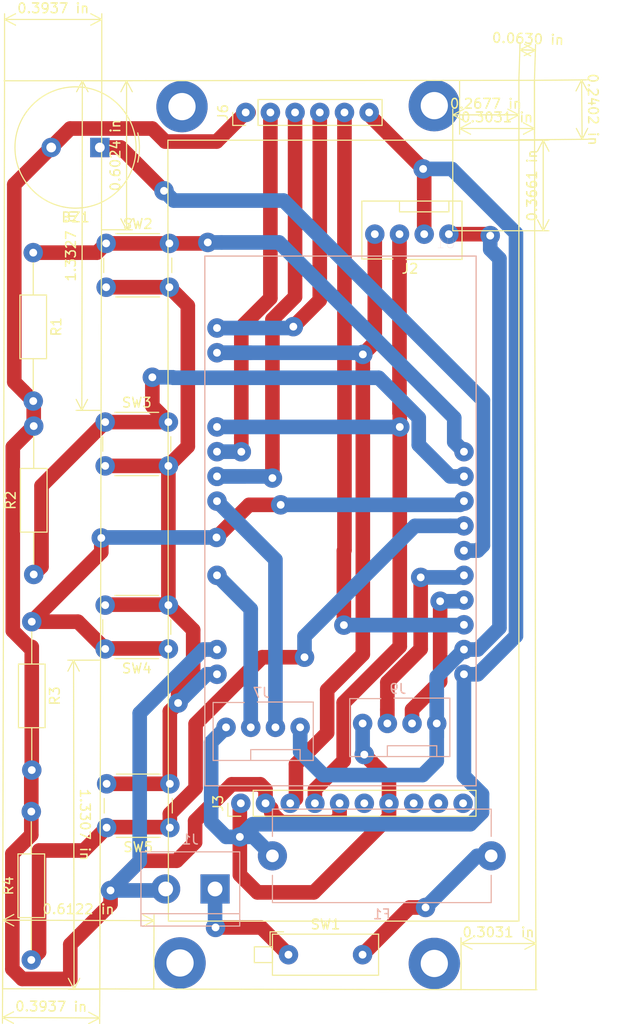
<source format=kicad_pcb>
(kicad_pcb (version 20171130) (host pcbnew "(5.1.4)-1")

  (general
    (thickness 1.6)
    (drawings 26)
    (tracks 276)
    (zones 0)
    (modules 18)
    (nets 25)
  )

  (page A4)
  (layers
    (0 F.Cu signal)
    (31 B.Cu signal)
    (32 B.Adhes user hide)
    (33 F.Adhes user hide)
    (34 B.Paste user hide)
    (35 F.Paste user hide)
    (36 B.SilkS user hide)
    (37 F.SilkS user)
    (38 B.Mask user hide)
    (39 F.Mask user hide)
    (40 Dwgs.User user)
    (41 Cmts.User user)
    (42 Eco1.User user)
    (43 Eco2.User user)
    (44 Edge.Cuts user)
    (45 Margin user)
    (46 B.CrtYd user)
    (47 F.CrtYd user)
    (48 B.Fab user)
    (49 F.Fab user)
  )

  (setup
    (last_trace_width 1.5)
    (user_trace_width 1.5)
    (trace_clearance 0.2)
    (zone_clearance 0.508)
    (zone_45_only no)
    (trace_min 0.2)
    (via_size 0.8)
    (via_drill 0.4)
    (via_min_size 0.4)
    (via_min_drill 0.3)
    (uvia_size 0.3)
    (uvia_drill 0.1)
    (uvias_allowed no)
    (uvia_min_size 0.2)
    (uvia_min_drill 0.1)
    (edge_width 0.05)
    (segment_width 0.2)
    (pcb_text_width 0.3)
    (pcb_text_size 1.5 1.5)
    (mod_edge_width 0.12)
    (mod_text_size 1 1)
    (mod_text_width 0.15)
    (pad_size 2 2)
    (pad_drill 0.8)
    (pad_to_mask_clearance 0.051)
    (solder_mask_min_width 0.25)
    (aux_axis_origin 0 0)
    (visible_elements 7FFFFFFF)
    (pcbplotparams
      (layerselection 0x00000_ffffffff)
      (usegerberextensions false)
      (usegerberattributes false)
      (usegerberadvancedattributes false)
      (creategerberjobfile false)
      (excludeedgelayer true)
      (linewidth 0.100000)
      (plotframeref false)
      (viasonmask false)
      (mode 1)
      (useauxorigin false)
      (hpglpennumber 1)
      (hpglpenspeed 20)
      (hpglpendiameter 15.000000)
      (psnegative false)
      (psa4output false)
      (plotreference true)
      (plotvalue true)
      (plotinvisibletext false)
      (padsonsilk false)
      (subtractmaskfromsilk false)
      (outputformat 1)
      (mirror false)
      (drillshape 0)
      (scaleselection 1)
      (outputdirectory "GERBER/lcd16x2/esp32gerber/"))
  )

  (net 0 "")
  (net 1 0)
  (net 2 /DT)
  (net 3 /SCKC)
  (net 4 /SDA)
  (net 5 /D5)
  (net 6 /SCL)
  (net 7 /CS)
  (net 8 /MOSI)
  (net 9 /5V)
  (net 10 /MISO)
  (net 11 /SCK)
  (net 12 "Net-(F1-Pad2)")
  (net 13 /A1)
  (net 14 "Net-(J1-Pad1)")
  (net 15 /D27)
  (net 16 "Net-(J3-Pad6)")
  (net 17 /A2)
  (net 18 /A3)
  (net 19 /D4)
  (net 20 /D32)
  (net 21 /D33)
  (net 22 /D25)
  (net 23 /D26)
  (net 24 /3V)

  (net_class Default "This is the default net class."
    (clearance 0.2)
    (trace_width 0.25)
    (via_dia 0.8)
    (via_drill 0.4)
    (uvia_dia 0.3)
    (uvia_drill 0.1)
    (add_net /3V)
    (add_net /5V)
    (add_net /A1)
    (add_net /A2)
    (add_net /A3)
    (add_net /CS)
    (add_net /D25)
    (add_net /D26)
    (add_net /D27)
    (add_net /D32)
    (add_net /D33)
    (add_net /D4)
    (add_net /D5)
    (add_net /DT)
    (add_net /MISO)
    (add_net /MOSI)
    (add_net /SCK)
    (add_net /SCKC)
    (add_net /SCL)
    (add_net /SDA)
    (add_net 0)
    (add_net "Net-(F1-Pad2)")
    (add_net "Net-(J1-Pad1)")
    (add_net "Net-(J3-Pad6)")
  )

  (net_class UNO ""
    (clearance 0.3)
    (trace_width 1.5)
    (via_dia 0.8)
    (via_drill 0.4)
    (uvia_dia 0.3)
    (uvia_drill 0.1)
  )

  (module esp32mcu:MODULE_ESP32-DEVKITC-32D (layer B.Cu) (tedit 60AD1E11) (tstamp 60AD6245)
    (at 34.75 -48.1 180)
    (path /609B5768)
    (fp_text reference U1 (at -10.829175 28.446045) (layer B.SilkS)
      (effects (font (size 1.000386 1.000386) (thickness 0.015)) (justify mirror))
    )
    (fp_text value ESP32-DEVKITC-32D (at 1.24136 -28.294535) (layer B.Fab)
      (effects (font (size 1.001047 1.001047) (thickness 0.015)) (justify mirror))
    )
    (fp_line (start -13.95 27.15) (end 13.95 27.15) (layer B.Fab) (width 0.127))
    (fp_line (start 13.95 27.15) (end 13.95 -27.25) (layer B.Fab) (width 0.127))
    (fp_line (start 13.95 -27.25) (end -13.95 -27.25) (layer B.Fab) (width 0.127))
    (fp_line (start -13.95 -27.25) (end -13.95 27.15) (layer B.Fab) (width 0.127))
    (fp_line (start -13.95 -27.25) (end -13.95 27.15) (layer B.SilkS) (width 0.127))
    (fp_line (start -13.95 27.15) (end 13.95 27.15) (layer B.SilkS) (width 0.127))
    (fp_line (start 13.95 27.15) (end 13.95 -27.25) (layer B.SilkS) (width 0.127))
    (fp_line (start 13.95 -27.25) (end -13.95 -27.25) (layer B.SilkS) (width 0.127))
    (fp_line (start -14.2 27.4) (end 14.2 27.4) (layer B.CrtYd) (width 0.05))
    (fp_line (start 14.2 27.4) (end 14.2 -27.5) (layer B.CrtYd) (width 0.05))
    (fp_line (start 14.2 -27.5) (end -14.2 -27.5) (layer B.CrtYd) (width 0.05))
    (fp_line (start -14.2 -27.5) (end -14.2 27.4) (layer B.CrtYd) (width 0.05))
    (fp_circle (center -14.6 19.9) (end -14.46 19.9) (layer B.Fab) (width 0.28))
    (fp_circle (center -14.6 19.9) (end -14.46 19.9) (layer B.Fab) (width 0.28))
    (pad 6 thru_hole circle (at -12.7 7.06 180) (size 2 2) (drill 0.8) (layers *.Cu *.Mask)
      (net 20 /D32))
    (pad 7 thru_hole circle (at -12.7 4.52 180) (size 2 2) (drill 0.8) (layers *.Cu *.Mask)
      (net 21 /D33))
    (pad 8 thru_hole circle (at -12.7 1.98 180) (size 2 2) (drill 0.8) (layers *.Cu *.Mask)
      (net 22 /D25))
    (pad 9 thru_hole circle (at -12.7 -0.56 180) (size 2 2) (drill 0.8) (layers *.Cu *.Mask)
      (net 23 /D26))
    (pad 10 thru_hole circle (at -12.7 -3.1 180) (size 2 2) (drill 0.8) (layers *.Cu *.Mask)
      (net 15 /D27))
    (pad 11 thru_hole circle (at -12.7 -5.64 180) (size 2 2) (drill 0.8) (layers *.Cu *.Mask)
      (net 3 /SCKC))
    (pad 12 thru_hole circle (at -12.7 -8.18 180) (size 2 2) (drill 0.8) (layers *.Cu *.Mask)
      (net 2 /DT))
    (pad 13 thru_hole circle (at -12.7 -10.72 180) (size 2 2) (drill 0.8) (layers *.Cu *.Mask)
      (net 7 /CS))
    (pad 14 thru_hole circle (at -12.7 -13.26 180) (size 2 2) (drill 0.8) (layers *.Cu *.Mask)
      (net 1 0))
    (pad 15 thru_hole circle (at -12.7 -15.8 180) (size 2 2) (drill 0.8) (layers *.Cu *.Mask)
      (net 9 /5V))
    (pad 20 thru_hole circle (at 12.7 19.76 180) (size 2 2) (drill 0.8) (layers *.Cu *.Mask)
      (net 8 /MOSI))
    (pad 21 thru_hole circle (at 12.7 17.22 180) (size 2 2) (drill 0.8) (layers *.Cu *.Mask)
      (net 6 /SCL))
    (pad 24 thru_hole circle (at 12.7 9.6 180) (size 2 2) (drill 0.8) (layers *.Cu *.Mask)
      (net 4 /SDA))
    (pad 25 thru_hole circle (at 12.7 7.06 180) (size 2 2) (drill 0.8) (layers *.Cu *.Mask)
      (net 10 /MISO))
    (pad 26 thru_hole circle (at 12.7 4.52 180) (size 2 2) (drill 0.8) (layers *.Cu *.Mask)
      (net 11 /SCK))
    (pad 27 thru_hole circle (at 12.7 1.98 180) (size 2 2) (drill 0.8) (layers *.Cu *.Mask)
      (net 5 /D5))
    (pad 30 thru_hole circle (at 12.7 -5.64 180) (size 2 2) (drill 0.8) (layers *.Cu *.Mask)
      (net 19 /D4))
    (pad 33 thru_hole circle (at 12.7 -13.26 180) (size 2 2) (drill 0.8) (layers *.Cu *.Mask)
      (net 1 0))
    (pad 34 thru_hole circle (at 12.7 -15.8 180) (size 2 2) (drill 0.8) (layers *.Cu *.Mask)
      (net 24 /3V))
  )

  (module Connector:FanPinHeader_1x04_P2.54mm_Vertical (layer B.Cu) (tedit 6078A7A5) (tstamp 6077A156)
    (at 44.65 -27.25 180)
    (descr "4-pin CPU fan Through hole pin header, e.g. for Wieson part number 2366C888-007 Molex 47053-1000, Foxconn HF27040-M1, Tyco 1470947-1 or equivalent, see http://www.formfactors.org/developer%5Cspecs%5Crev1_2_public.pdf")
    (tags "pin header 4-pin CPU fan")
    (path /60382338)
    (fp_text reference J9 (at 4 3.55) (layer B.SilkS)
      (effects (font (size 1 1) (thickness 0.15)) (justify mirror))
    )
    (fp_text value Conn_01x04_CARGA (at 4.05 -4.35) (layer B.Fab)
      (effects (font (size 1 1) (thickness 0.15)) (justify mirror))
    )
    (fp_text user %R (at 1.85 1.75) (layer B.Fab)
      (effects (font (size 1 1) (thickness 0.15)) (justify mirror))
    )
    (fp_line (start -1.35 2.6) (end 4.4 2.6) (layer B.SilkS) (width 0.12))
    (fp_line (start 5.75 2.55) (end 8.95 2.55) (layer B.SilkS) (width 0.12))
    (fp_line (start 8.95 2.55) (end 8.95 -3.4) (layer B.SilkS) (width 0.12))
    (fp_line (start 8.95 -3.4) (end -1.35 -3.4) (layer B.SilkS) (width 0.12))
    (fp_line (start -1.35 -3.4) (end -1.35 2.6) (layer B.SilkS) (width 0.12))
    (fp_line (start 5.1 -3.3) (end 5.1 -2.3) (layer B.Fab) (width 0.1))
    (fp_line (start 5.1 -2.3) (end 0 -2.3) (layer B.Fab) (width 0.1))
    (fp_line (start 0 -2.3) (end 0 -3.3) (layer B.Fab) (width 0.1))
    (fp_line (start 5.75 2.5) (end 8.85 2.5) (layer B.Fab) (width 0.1))
    (fp_line (start 8.85 2.5) (end 8.85 -3.3) (layer B.Fab) (width 0.1))
    (fp_line (start 8.85 -3.3) (end -1.2 -3.3) (layer B.Fab) (width 0.1))
    (fp_line (start -1.2 -3.3) (end -1.25 -3.3) (layer B.Fab) (width 0.1))
    (fp_line (start -1.25 -3.3) (end -1.25 2.5) (layer B.Fab) (width 0.1))
    (fp_line (start -1.25 2.5) (end 4.4 2.5) (layer B.Fab) (width 0.1))
    (fp_line (start 0 -3.3) (end 0 -2.29) (layer B.SilkS) (width 0.12))
    (fp_line (start 0 -2.29) (end 5.08 -2.29) (layer B.SilkS) (width 0.12))
    (fp_line (start 5.08 -2.29) (end 5.08 -3.3) (layer B.SilkS) (width 0.12))
    (fp_line (start -1.75 -3.8) (end -1.75 3.2) (layer B.CrtYd) (width 0.05))
    (fp_line (start -1.75 -3.8) (end 9.35 -3.8) (layer B.CrtYd) (width 0.05))
    (fp_line (start 9.35 3.2) (end -1.75 3.2) (layer B.CrtYd) (width 0.05))
    (fp_line (start 9.35 3.2) (end 9.35 -3.8) (layer B.CrtYd) (width 0.05))
    (pad 1 thru_hole circle (at 0 0 180) (size 2 2) (drill 0.8) (layers *.Cu *.Mask)
      (net 1 0))
    (pad 2 thru_hole circle (at 2.54 0 180) (size 2 2) (drill 0.8) (layers *.Cu *.Mask)
      (net 2 /DT))
    (pad 3 thru_hole circle (at 5.08 0 180) (size 2 2) (drill 0.8) (layers *.Cu *.Mask)
      (net 3 /SCKC))
    (pad 4 thru_hole circle (at 7.62 0 180) (size 2 2) (drill 0.8) (layers *.Cu *.Mask)
      (net 9 /5V))
    (model ${KISYS3DMOD}/Connector.3dshapes/FanPinHeader_1x04_P2.54mm_Vertical.wrl
      (at (xyz 0 0 0))
      (scale (xyz 1 1 1))
      (rotate (xyz 0 0 0))
    )
  )

  (module Connector:FanPinHeader_1x04_P2.54mm_Vertical (layer B.Cu) (tedit 6078965B) (tstamp 6077A137)
    (at 30.6 -26.85 180)
    (descr "4-pin CPU fan Through hole pin header, e.g. for Wieson part number 2366C888-007 Molex 47053-1000, Foxconn HF27040-M1, Tyco 1470947-1 or equivalent, see http://www.formfactors.org/developer%5Cspecs%5Crev1_2_public.pdf")
    (tags "pin header 4-pin CPU fan")
    (path /60383442)
    (fp_text reference J7 (at 4 3.55) (layer B.SilkS)
      (effects (font (size 1 1) (thickness 0.15)) (justify mirror))
    )
    (fp_text value Conn_01x04_DISTAN (at 4.05 -4.35) (layer B.Fab)
      (effects (font (size 1 1) (thickness 0.15)) (justify mirror))
    )
    (fp_line (start 9.35 3.2) (end 9.35 -3.8) (layer B.CrtYd) (width 0.05))
    (fp_line (start 9.35 3.2) (end -1.75 3.2) (layer B.CrtYd) (width 0.05))
    (fp_line (start -1.75 -3.8) (end 9.35 -3.8) (layer B.CrtYd) (width 0.05))
    (fp_line (start -1.75 -3.8) (end -1.75 3.2) (layer B.CrtYd) (width 0.05))
    (fp_line (start 5.08 -2.29) (end 5.08 -3.3) (layer B.SilkS) (width 0.12))
    (fp_line (start 0 -2.29) (end 5.08 -2.29) (layer B.SilkS) (width 0.12))
    (fp_line (start 0 -3.3) (end 0 -2.29) (layer B.SilkS) (width 0.12))
    (fp_line (start -1.25 2.5) (end 4.4 2.5) (layer B.Fab) (width 0.1))
    (fp_line (start -1.25 -3.3) (end -1.25 2.5) (layer B.Fab) (width 0.1))
    (fp_line (start -1.2 -3.3) (end -1.25 -3.3) (layer B.Fab) (width 0.1))
    (fp_line (start 8.85 -3.3) (end -1.2 -3.3) (layer B.Fab) (width 0.1))
    (fp_line (start 8.85 2.5) (end 8.85 -3.3) (layer B.Fab) (width 0.1))
    (fp_line (start 5.75 2.5) (end 8.85 2.5) (layer B.Fab) (width 0.1))
    (fp_line (start 0 -2.3) (end 0 -3.3) (layer B.Fab) (width 0.1))
    (fp_line (start 5.1 -2.3) (end 0 -2.3) (layer B.Fab) (width 0.1))
    (fp_line (start 5.1 -3.3) (end 5.1 -2.3) (layer B.Fab) (width 0.1))
    (fp_line (start -1.35 -3.4) (end -1.35 2.6) (layer B.SilkS) (width 0.12))
    (fp_line (start 8.95 -3.4) (end -1.35 -3.4) (layer B.SilkS) (width 0.12))
    (fp_line (start 8.95 2.55) (end 8.95 -3.4) (layer B.SilkS) (width 0.12))
    (fp_line (start 5.75 2.55) (end 8.95 2.55) (layer B.SilkS) (width 0.12))
    (fp_line (start -1.35 2.6) (end 4.4 2.6) (layer B.SilkS) (width 0.12))
    (fp_text user %R (at 1.85 1.75) (layer B.Fab)
      (effects (font (size 1 1) (thickness 0.15)) (justify mirror))
    )
    (pad 4 thru_hole circle (at 7.62 0 180) (size 2 2) (drill 0.8) (layers *.Cu *.Mask)
      (net 9 /5V))
    (pad 3 thru_hole circle (at 5.08 0 180) (size 2 2) (drill 0.8) (layers *.Cu *.Mask)
      (net 19 /D4))
    (pad 2 thru_hole circle (at 2.54 0 180) (size 2 2) (drill 0.8) (layers *.Cu *.Mask)
      (net 5 /D5))
    (pad 1 thru_hole circle (at 0 0 180) (size 2 2) (drill 0.8) (layers *.Cu *.Mask)
      (net 1 0))
    (model ${KISYS3DMOD}/Connector.3dshapes/FanPinHeader_1x04_P2.54mm_Vertical.wrl
      (at (xyz 0 0 0))
      (scale (xyz 1 1 1))
      (rotate (xyz 0 0 0))
    )
  )

  (module Fuse:Fuseholder_Cylinder-5x20mm_Schurter_0031_8201_Horizontal_Open (layer B.Cu) (tedit 607894C8) (tstamp 6077A0BA)
    (at 27.75 -13.65)
    (descr "Fuseholder horizontal open 5x20 Schurter 0031.8201, https://www.schurter.com/en/datasheet/typ_OGN.pdf")
    (tags "Fuseholder horizontal open 5x20 Schurter 0031.8201")
    (path /6037131E)
    (fp_text reference F1 (at 11.25 6) (layer B.SilkS)
      (effects (font (size 1 1) (thickness 0.15)) (justify mirror))
    )
    (fp_text value Fuse (at 11.25 -6) (layer B.Fab)
      (effects (font (size 1 1) (thickness 0.15)) (justify mirror))
    )
    (fp_text user %R (at 11.25 -4) (layer B.Fab)
      (effects (font (size 1 1) (thickness 0.15)) (justify mirror))
    )
    (fp_line (start 0.1 4.7) (end 0.1 -4.7) (layer B.Fab) (width 0.1))
    (fp_line (start 0.1 -4.7) (end 22.4 -4.7) (layer B.Fab) (width 0.1))
    (fp_line (start 22.4 -4.7) (end 22.4 4.7) (layer B.Fab) (width 0.1))
    (fp_line (start 22.4 4.7) (end 0.1 4.7) (layer B.Fab) (width 0.1))
    (fp_line (start -0.25 -5.05) (end -0.25 -1.95) (layer B.CrtYd) (width 0.05))
    (fp_line (start 22.5 -4.8) (end 22.5 -2) (layer B.SilkS) (width 0.12))
    (fp_line (start 22.5 2) (end 22.5 4.8) (layer B.SilkS) (width 0.12))
    (fp_line (start 0 2) (end 0 4.8) (layer B.SilkS) (width 0.12))
    (fp_line (start 0 4.8) (end 22.5 4.8) (layer B.SilkS) (width 0.12))
    (fp_line (start 22.75 -5.05) (end -0.25 -5.05) (layer B.CrtYd) (width 0.05))
    (fp_line (start -0.25 5.05) (end 22.75 5.05) (layer B.CrtYd) (width 0.05))
    (fp_line (start 0 -4.8) (end 22.5 -4.8) (layer B.SilkS) (width 0.12))
    (fp_line (start -0.25 1.95) (end -0.25 5.05) (layer B.CrtYd) (width 0.05))
    (fp_line (start 22.75 1.95) (end 22.75 5.05) (layer B.CrtYd) (width 0.05))
    (fp_line (start 22.75 -1.95) (end 22.75 -5.05) (layer B.CrtYd) (width 0.05))
    (fp_line (start 0 -4.8) (end 0 -2) (layer B.SilkS) (width 0.12))
    (fp_arc (start 22.5 0) (end 22.75 1.95) (angle -165.3) (layer B.CrtYd) (width 0.05))
    (fp_arc (start 0 0) (end -0.25 -1.95) (angle -165.3) (layer B.CrtYd) (width 0.05))
    (pad 1 thru_hole circle (at 0 0) (size 3 3) (drill 1.3) (layers *.Cu *.Mask)
      (net 9 /5V))
    (pad 2 thru_hole circle (at 22.5 0) (size 3 3) (drill 1.3) (layers *.Cu *.Mask)
      (net 12 "Net-(F1-Pad2)"))
    (model ${KISYS3DMOD}/Fuse.3dshapes/Fuseholder_Cylinder-5x20mm_Schurter_0031_8201_Horizontal_Open.wrl
      (at (xyz 0 0 0))
      (scale (xyz 1 1 1))
      (rotate (xyz 0 0 0))
    )
  )

  (module Connector:FanPinHeader_1x04_P2.54mm_Vertical (layer F.Cu) (tedit 607853FB) (tstamp 6077A0EE)
    (at 45.9 -77.5 180)
    (descr "4-pin CPU fan Through hole pin header, e.g. for Wieson part number 2366C888-007 Molex 47053-1000, Foxconn HF27040-M1, Tyco 1470947-1 or equivalent, see http://www.formfactors.org/developer%5Cspecs%5Crev1_2_public.pdf")
    (tags "pin header 4-pin CPU fan")
    (path /607A3624)
    (fp_text reference J2 (at 4 -3.55 180) (layer F.SilkS)
      (effects (font (size 1 1) (thickness 0.15)))
    )
    (fp_text value Conn_01x04_LCD (at 4.05 4.35 180) (layer F.Fab)
      (effects (font (size 1 1) (thickness 0.15)))
    )
    (fp_text user %R (at 1.85 -1.75 180) (layer F.Fab)
      (effects (font (size 1 1) (thickness 0.15)))
    )
    (fp_line (start -1.35 -2.6) (end 4.4 -2.6) (layer F.SilkS) (width 0.12))
    (fp_line (start 5.75 -2.55) (end 8.95 -2.55) (layer F.SilkS) (width 0.12))
    (fp_line (start 8.95 -2.55) (end 8.95 3.4) (layer F.SilkS) (width 0.12))
    (fp_line (start 8.95 3.4) (end -1.35 3.4) (layer F.SilkS) (width 0.12))
    (fp_line (start -1.35 3.4) (end -1.35 -2.6) (layer F.SilkS) (width 0.12))
    (fp_line (start 5.1 3.3) (end 5.1 2.3) (layer F.Fab) (width 0.1))
    (fp_line (start 5.1 2.3) (end 0 2.3) (layer F.Fab) (width 0.1))
    (fp_line (start 0 2.3) (end 0 3.3) (layer F.Fab) (width 0.1))
    (fp_line (start 5.75 -2.5) (end 8.85 -2.5) (layer F.Fab) (width 0.1))
    (fp_line (start 8.85 -2.5) (end 8.85 3.3) (layer F.Fab) (width 0.1))
    (fp_line (start 8.85 3.3) (end -1.2 3.3) (layer F.Fab) (width 0.1))
    (fp_line (start -1.2 3.3) (end -1.25 3.3) (layer F.Fab) (width 0.1))
    (fp_line (start -1.25 3.3) (end -1.25 -2.5) (layer F.Fab) (width 0.1))
    (fp_line (start -1.25 -2.5) (end 4.4 -2.5) (layer F.Fab) (width 0.1))
    (fp_line (start 0 3.3) (end 0 2.29) (layer F.SilkS) (width 0.12))
    (fp_line (start 0 2.29) (end 5.08 2.29) (layer F.SilkS) (width 0.12))
    (fp_line (start 5.08 2.29) (end 5.08 3.3) (layer F.SilkS) (width 0.12))
    (fp_line (start -1.75 3.8) (end -1.75 -3.2) (layer F.CrtYd) (width 0.05))
    (fp_line (start -1.75 3.8) (end 9.35 3.8) (layer F.CrtYd) (width 0.05))
    (fp_line (start 9.35 -3.2) (end -1.75 -3.2) (layer F.CrtYd) (width 0.05))
    (fp_line (start 9.35 -3.2) (end 9.35 3.8) (layer F.CrtYd) (width 0.05))
    (pad 1 thru_hole circle (at 0 0 180) (size 2 2) (drill 0.8) (layers *.Cu *.Mask)
      (net 1 0))
    (pad 2 thru_hole circle (at 2.54 0 180) (size 2 2) (drill 0.8) (layers *.Cu *.Mask)
      (net 9 /5V))
    (pad 3 thru_hole circle (at 5.08 0 180) (size 2 2) (drill 0.8) (layers *.Cu *.Mask)
      (net 4 /SDA))
    (pad 4 thru_hole circle (at 7.62 0 180) (size 2 2) (drill 0.8) (layers *.Cu *.Mask)
      (net 6 /SCL))
    (model ${KISYS3DMOD}/Connector.3dshapes/FanPinHeader_1x04_P2.54mm_Vertical.wrl
      (at (xyz 0 0 0))
      (scale (xyz 1 1 1))
      (rotate (xyz 0 0 0))
    )
  )

  (module TerminalBlock:TerminalBlock_bornier-2_P5.08mm (layer B.Cu) (tedit 59FF03AB) (tstamp 6077A0CF)
    (at 21.85 -10.25 180)
    (descr "simple 2-pin terminal block, pitch 5.08mm, revamped version of bornier2")
    (tags "terminal block bornier2")
    (path /60372688)
    (fp_text reference J1 (at 2.54 5.08 180) (layer B.SilkS)
      (effects (font (size 1 1) (thickness 0.15)) (justify mirror))
    )
    (fp_text value Screw_Terminal_01x02 (at 2.54 -5.08 180) (layer B.Fab)
      (effects (font (size 1 1) (thickness 0.15)) (justify mirror))
    )
    (fp_text user %R (at 2.54 0 180) (layer B.Fab)
      (effects (font (size 1 1) (thickness 0.15)) (justify mirror))
    )
    (fp_line (start -2.41 -2.55) (end 7.49 -2.55) (layer B.Fab) (width 0.1))
    (fp_line (start -2.46 3.75) (end -2.46 -3.75) (layer B.Fab) (width 0.1))
    (fp_line (start -2.46 -3.75) (end 7.54 -3.75) (layer B.Fab) (width 0.1))
    (fp_line (start 7.54 -3.75) (end 7.54 3.75) (layer B.Fab) (width 0.1))
    (fp_line (start 7.54 3.75) (end -2.46 3.75) (layer B.Fab) (width 0.1))
    (fp_line (start 7.62 -2.54) (end -2.54 -2.54) (layer B.SilkS) (width 0.12))
    (fp_line (start 7.62 -3.81) (end 7.62 3.81) (layer B.SilkS) (width 0.12))
    (fp_line (start 7.62 3.81) (end -2.54 3.81) (layer B.SilkS) (width 0.12))
    (fp_line (start -2.54 3.81) (end -2.54 -3.81) (layer B.SilkS) (width 0.12))
    (fp_line (start -2.54 -3.81) (end 7.62 -3.81) (layer B.SilkS) (width 0.12))
    (fp_line (start -2.71 4) (end 7.79 4) (layer B.CrtYd) (width 0.05))
    (fp_line (start -2.71 4) (end -2.71 -4) (layer B.CrtYd) (width 0.05))
    (fp_line (start 7.79 -4) (end 7.79 4) (layer B.CrtYd) (width 0.05))
    (fp_line (start 7.79 -4) (end -2.71 -4) (layer B.CrtYd) (width 0.05))
    (pad 1 thru_hole rect (at 0 0 180) (size 3 3) (drill 1.52) (layers *.Cu *.Mask)
      (net 14 "Net-(J1-Pad1)"))
    (pad 2 thru_hole circle (at 5.08 0 180) (size 3 3) (drill 1.52) (layers *.Cu *.Mask)
      (net 1 0))
    (model ${KISYS3DMOD}/TerminalBlock.3dshapes/TerminalBlock_bornier-2_P5.08mm.wrl
      (offset (xyz 2.539999961853027 0 0))
      (scale (xyz 1 1 1))
      (rotate (xyz 0 0 0))
    )
  )

  (module Resistor_THT:R_Axial_DIN0207_L6.3mm_D2.5mm_P15.24mm_Horizontal (layer F.Cu) (tedit 5AE5139B) (tstamp 6077A184)
    (at 3.2 -42.55 90)
    (descr "Resistor, Axial_DIN0207 series, Axial, Horizontal, pin pitch=15.24mm, 0.25W = 1/4W, length*diameter=6.3*2.5mm^2, http://cdn-reichelt.de/documents/datenblatt/B400/1_4W%23YAG.pdf")
    (tags "Resistor Axial_DIN0207 series Axial Horizontal pin pitch 15.24mm 0.25W = 1/4W length 6.3mm diameter 2.5mm")
    (path /607BE14E)
    (fp_text reference R2 (at 7.62 -2.37 90) (layer F.SilkS)
      (effects (font (size 1 1) (thickness 0.15)))
    )
    (fp_text value R (at 7.62 2.37 90) (layer F.Fab)
      (effects (font (size 1 1) (thickness 0.15)))
    )
    (fp_text user %R (at 7.62 0 90) (layer F.Fab)
      (effects (font (size 1 1) (thickness 0.15)))
    )
    (fp_line (start 16.29 -1.5) (end -1.05 -1.5) (layer F.CrtYd) (width 0.05))
    (fp_line (start 16.29 1.5) (end 16.29 -1.5) (layer F.CrtYd) (width 0.05))
    (fp_line (start -1.05 1.5) (end 16.29 1.5) (layer F.CrtYd) (width 0.05))
    (fp_line (start -1.05 -1.5) (end -1.05 1.5) (layer F.CrtYd) (width 0.05))
    (fp_line (start 14.2 0) (end 10.89 0) (layer F.SilkS) (width 0.12))
    (fp_line (start 1.04 0) (end 4.35 0) (layer F.SilkS) (width 0.12))
    (fp_line (start 10.89 -1.37) (end 4.35 -1.37) (layer F.SilkS) (width 0.12))
    (fp_line (start 10.89 1.37) (end 10.89 -1.37) (layer F.SilkS) (width 0.12))
    (fp_line (start 4.35 1.37) (end 10.89 1.37) (layer F.SilkS) (width 0.12))
    (fp_line (start 4.35 -1.37) (end 4.35 1.37) (layer F.SilkS) (width 0.12))
    (fp_line (start 15.24 0) (end 10.77 0) (layer F.Fab) (width 0.1))
    (fp_line (start 0 0) (end 4.47 0) (layer F.Fab) (width 0.1))
    (fp_line (start 10.77 -1.25) (end 4.47 -1.25) (layer F.Fab) (width 0.1))
    (fp_line (start 10.77 1.25) (end 10.77 -1.25) (layer F.Fab) (width 0.1))
    (fp_line (start 4.47 1.25) (end 10.77 1.25) (layer F.Fab) (width 0.1))
    (fp_line (start 4.47 -1.25) (end 4.47 1.25) (layer F.Fab) (width 0.1))
    (pad 2 thru_hole circle (at 15.24 0 90) (size 2 2) (drill 0.8) (layers *.Cu *.Mask)
      (net 1 0))
    (pad 1 thru_hole circle (at 0 0 90) (size 2 2) (drill 0.8) (layers *.Cu *.Mask)
      (net 21 /D33))
    (model ${KISYS3DMOD}/Resistor_THT.3dshapes/R_Axial_DIN0207_L6.3mm_D2.5mm_P15.24mm_Horizontal.wrl
      (at (xyz 0 0 0))
      (scale (xyz 1 1 1))
      (rotate (xyz 0 0 0))
    )
  )

  (module Resistor_THT:R_Axial_DIN0207_L6.3mm_D2.5mm_P15.24mm_Horizontal (layer F.Cu) (tedit 5AE5139B) (tstamp 6077A19B)
    (at 3 -37.7 270)
    (descr "Resistor, Axial_DIN0207 series, Axial, Horizontal, pin pitch=15.24mm, 0.25W = 1/4W, length*diameter=6.3*2.5mm^2, http://cdn-reichelt.de/documents/datenblatt/B400/1_4W%23YAG.pdf")
    (tags "Resistor Axial_DIN0207 series Axial Horizontal pin pitch 15.24mm 0.25W = 1/4W length 6.3mm diameter 2.5mm")
    (path /607BFAEB)
    (fp_text reference R3 (at 7.62 -2.37 90) (layer F.SilkS)
      (effects (font (size 1 1) (thickness 0.15)))
    )
    (fp_text value R (at 7.62 2.37 90) (layer F.Fab)
      (effects (font (size 1 1) (thickness 0.15)))
    )
    (fp_line (start 4.47 -1.25) (end 4.47 1.25) (layer F.Fab) (width 0.1))
    (fp_line (start 4.47 1.25) (end 10.77 1.25) (layer F.Fab) (width 0.1))
    (fp_line (start 10.77 1.25) (end 10.77 -1.25) (layer F.Fab) (width 0.1))
    (fp_line (start 10.77 -1.25) (end 4.47 -1.25) (layer F.Fab) (width 0.1))
    (fp_line (start 0 0) (end 4.47 0) (layer F.Fab) (width 0.1))
    (fp_line (start 15.24 0) (end 10.77 0) (layer F.Fab) (width 0.1))
    (fp_line (start 4.35 -1.37) (end 4.35 1.37) (layer F.SilkS) (width 0.12))
    (fp_line (start 4.35 1.37) (end 10.89 1.37) (layer F.SilkS) (width 0.12))
    (fp_line (start 10.89 1.37) (end 10.89 -1.37) (layer F.SilkS) (width 0.12))
    (fp_line (start 10.89 -1.37) (end 4.35 -1.37) (layer F.SilkS) (width 0.12))
    (fp_line (start 1.04 0) (end 4.35 0) (layer F.SilkS) (width 0.12))
    (fp_line (start 14.2 0) (end 10.89 0) (layer F.SilkS) (width 0.12))
    (fp_line (start -1.05 -1.5) (end -1.05 1.5) (layer F.CrtYd) (width 0.05))
    (fp_line (start -1.05 1.5) (end 16.29 1.5) (layer F.CrtYd) (width 0.05))
    (fp_line (start 16.29 1.5) (end 16.29 -1.5) (layer F.CrtYd) (width 0.05))
    (fp_line (start 16.29 -1.5) (end -1.05 -1.5) (layer F.CrtYd) (width 0.05))
    (fp_text user %R (at 7.62 0 90) (layer F.Fab)
      (effects (font (size 1 1) (thickness 0.15)))
    )
    (pad 1 thru_hole circle (at 0 0 270) (size 2 2) (drill 0.8) (layers *.Cu *.Mask)
      (net 22 /D25))
    (pad 2 thru_hole circle (at 15.24 0 270) (size 2 2) (drill 0.8) (layers *.Cu *.Mask)
      (net 1 0))
    (model ${KISYS3DMOD}/Resistor_THT.3dshapes/R_Axial_DIN0207_L6.3mm_D2.5mm_P15.24mm_Horizontal.wrl
      (at (xyz 0 0 0))
      (scale (xyz 1 1 1))
      (rotate (xyz 0 0 0))
    )
  )

  (module Resistor_THT:R_Axial_DIN0207_L6.3mm_D2.5mm_P15.24mm_Horizontal (layer F.Cu) (tedit 5AE5139B) (tstamp 6077A1B2)
    (at 2.95 -2.96 90)
    (descr "Resistor, Axial_DIN0207 series, Axial, Horizontal, pin pitch=15.24mm, 0.25W = 1/4W, length*diameter=6.3*2.5mm^2, http://cdn-reichelt.de/documents/datenblatt/B400/1_4W%23YAG.pdf")
    (tags "Resistor Axial_DIN0207 series Axial Horizontal pin pitch 15.24mm 0.25W = 1/4W length 6.3mm diameter 2.5mm")
    (path /607C1377)
    (fp_text reference R4 (at 7.62 -2.37 90) (layer F.SilkS)
      (effects (font (size 1 1) (thickness 0.15)))
    )
    (fp_text value R (at 7.62 2.37 90) (layer F.Fab)
      (effects (font (size 1 1) (thickness 0.15)))
    )
    (fp_text user %R (at 9.594999 0.324999 90) (layer F.Fab)
      (effects (font (size 1 1) (thickness 0.15)))
    )
    (fp_line (start 16.29 -1.5) (end -1.05 -1.5) (layer F.CrtYd) (width 0.05))
    (fp_line (start 16.29 1.5) (end 16.29 -1.5) (layer F.CrtYd) (width 0.05))
    (fp_line (start -1.05 1.5) (end 16.29 1.5) (layer F.CrtYd) (width 0.05))
    (fp_line (start -1.05 -1.5) (end -1.05 1.5) (layer F.CrtYd) (width 0.05))
    (fp_line (start 14.2 0) (end 10.89 0) (layer F.SilkS) (width 0.12))
    (fp_line (start 1.04 0) (end 4.35 0) (layer F.SilkS) (width 0.12))
    (fp_line (start 10.89 -1.37) (end 4.35 -1.37) (layer F.SilkS) (width 0.12))
    (fp_line (start 10.89 1.37) (end 10.89 -1.37) (layer F.SilkS) (width 0.12))
    (fp_line (start 4.35 1.37) (end 10.89 1.37) (layer F.SilkS) (width 0.12))
    (fp_line (start 4.35 -1.37) (end 4.35 1.37) (layer F.SilkS) (width 0.12))
    (fp_line (start 15.24 0) (end 10.77 0) (layer F.Fab) (width 0.1))
    (fp_line (start 0 0) (end 4.47 0) (layer F.Fab) (width 0.1))
    (fp_line (start 10.77 -1.25) (end 4.47 -1.25) (layer F.Fab) (width 0.1))
    (fp_line (start 10.77 1.25) (end 10.77 -1.25) (layer F.Fab) (width 0.1))
    (fp_line (start 4.47 1.25) (end 10.77 1.25) (layer F.Fab) (width 0.1))
    (fp_line (start 4.47 -1.25) (end 4.47 1.25) (layer F.Fab) (width 0.1))
    (pad 2 thru_hole circle (at 15.24 0 90) (size 2 2) (drill 0.8) (layers *.Cu *.Mask)
      (net 1 0))
    (pad 1 thru_hole circle (at 0 0 90) (size 2 2) (drill 0.8) (layers *.Cu *.Mask)
      (net 23 /D26))
    (model ${KISYS3DMOD}/Resistor_THT.3dshapes/R_Axial_DIN0207_L6.3mm_D2.5mm_P15.24mm_Horizontal.wrl
      (at (xyz 0 0 0))
      (scale (xyz 1 1 1))
      (rotate (xyz 0 0 0))
    )
  )

  (module Button_Switch_THT:SW_DIP_SPSTx01_Piano_10.8x4.1mm_W7.62mm_P2.54mm (layer F.Cu) (tedit 5A4E1404) (tstamp 6077A1D0)
    (at 29.4 -3.5)
    (descr "1x-dip-switch SPST , Piano, row spacing 7.62 mm (300 mils), body size 10.8x4.1mm")
    (tags "DIP Switch SPST Piano 7.62mm 300mil")
    (path /603CE6BA)
    (fp_text reference SW1 (at 3.81 -3.11) (layer F.SilkS)
      (effects (font (size 1 1) (thickness 0.15)))
    )
    (fp_text value SW_Push (at 3.81 3.11) (layer F.Fab)
      (effects (font (size 1 1) (thickness 0.15)))
    )
    (fp_line (start -0.59 -2.05) (end 9.21 -2.05) (layer F.Fab) (width 0.1))
    (fp_line (start 9.21 -2.05) (end 9.21 2.05) (layer F.Fab) (width 0.1))
    (fp_line (start 9.21 2.05) (end -1.59 2.05) (layer F.Fab) (width 0.1))
    (fp_line (start -1.59 2.05) (end -1.59 -1.05) (layer F.Fab) (width 0.1))
    (fp_line (start -1.59 -1.05) (end -0.59 -2.05) (layer F.Fab) (width 0.1))
    (fp_line (start -1.59 -0.75) (end -1.59 0.75) (layer F.Fab) (width 0.1))
    (fp_line (start -1.59 0.75) (end -3.39 0.75) (layer F.Fab) (width 0.1))
    (fp_line (start -3.39 0.75) (end -3.39 -0.75) (layer F.Fab) (width 0.1))
    (fp_line (start -3.39 -0.75) (end -1.59 -0.75) (layer F.Fab) (width 0.1))
    (fp_line (start -1.65 -2.11) (end 9.27 -2.11) (layer F.SilkS) (width 0.12))
    (fp_line (start -1.65 2.11) (end 9.27 2.11) (layer F.SilkS) (width 0.12))
    (fp_line (start -1.65 -2.11) (end -1.65 2.11) (layer F.SilkS) (width 0.12))
    (fp_line (start 9.27 -2.11) (end 9.27 2.11) (layer F.SilkS) (width 0.12))
    (fp_line (start -1.89 -2.35) (end -0.507 -2.35) (layer F.SilkS) (width 0.12))
    (fp_line (start -1.89 -2.35) (end -1.89 -0.967) (layer F.SilkS) (width 0.12))
    (fp_line (start -3.51 -0.81) (end -1.65 -0.81) (layer F.SilkS) (width 0.12))
    (fp_line (start -3.51 0.81) (end -1.65 0.81) (layer F.SilkS) (width 0.12))
    (fp_line (start -3.51 -0.81) (end -3.51 0.81) (layer F.SilkS) (width 0.12))
    (fp_line (start -1.65 -0.81) (end -1.65 0.81) (layer F.SilkS) (width 0.12))
    (fp_line (start -3.65 -2.4) (end -3.65 2.4) (layer F.CrtYd) (width 0.05))
    (fp_line (start -3.65 2.4) (end 9.5 2.4) (layer F.CrtYd) (width 0.05))
    (fp_line (start 9.5 2.4) (end 9.5 -2.4) (layer F.CrtYd) (width 0.05))
    (fp_line (start 9.5 -2.4) (end -3.65 -2.4) (layer F.CrtYd) (width 0.05))
    (fp_text user %R (at 3.81 0) (layer F.Fab)
      (effects (font (size 0.6 0.6) (thickness 0.09)))
    )
    (pad 1 thru_hole circle (at 0 0) (size 2 2) (drill 0.8) (layers *.Cu *.Mask)
      (net 14 "Net-(J1-Pad1)"))
    (pad 2 thru_hole circle (at 7.62 0) (size 2 2) (drill 0.8) (layers *.Cu *.Mask)
      (net 12 "Net-(F1-Pad2)"))
    (model ${KISYS3DMOD}/Button_Switch_THT.3dshapes/SW_DIP_SPSTx01_Piano_10.8x4.1mm_W7.62mm_P2.54mm.wrl
      (at (xyz 0 0 0))
      (scale (xyz 1 1 1))
      (rotate (xyz 0 0 90))
    )
  )

  (module Buzzer_Beeper:Buzzer_TDK_PS1240P02BT_D12.2mm_H6.5mm (layer F.Cu) (tedit 5BF1CB2D) (tstamp 607864DD)
    (at 10 -86.4 180)
    (descr "Buzzer, D12.2mm height 6.5mm, https://product.tdk.com/info/en/catalog/datasheets/piezoelectronic_buzzer_ps_en.pdf")
    (tags buzzer)
    (path /607966FC)
    (fp_text reference BZ1 (at 2.5 -7.17) (layer F.SilkS)
      (effects (font (size 1 1) (thickness 0.15)))
    )
    (fp_text value Buzzer (at 2.5 7.31) (layer F.Fab)
      (effects (font (size 1 1) (thickness 0.15)))
    )
    (fp_text user %R (at 2.5 -2.43) (layer F.Fab)
      (effects (font (size 1 1) (thickness 0.15)))
    )
    (fp_circle (center 2.5 0) (end 8.85 0) (layer F.CrtYd) (width 0.05))
    (fp_circle (center 2.5 0) (end 8.6 0) (layer F.Fab) (width 0.1))
    (fp_circle (center 2.5 0) (end 3.5 0) (layer F.Fab) (width 0.1))
    (fp_circle (center 2.5 0) (end 8.73 0) (layer F.SilkS) (width 0.12))
    (fp_line (start -1.3 -1) (end -1.3 1) (layer F.Fab) (width 0.1))
    (fp_arc (start 2.5 0) (end -3.9 -1.5) (angle -26.38121493) (layer F.SilkS) (width 0.12))
    (pad 1 thru_hole rect (at 0 0 180) (size 2 2) (drill 1) (layers *.Cu *.Mask)
      (net 15 /D27))
    (pad 2 thru_hole circle (at 5 0 180) (size 2 2) (drill 1) (layers *.Cu *.Mask)
      (net 1 0))
    (model ${KISYS3DMOD}/Buzzer_Beeper.3dshapes/Buzzer_TDK_PS1240P02BT_D12.2mm_H6.5mm.wrl
      (at (xyz 0 0 0))
      (scale (xyz 1 1 1))
      (rotate (xyz 0 0 0))
    )
  )

  (module Resistor_THT:R_Axial_DIN0207_L6.3mm_D2.5mm_P15.24mm_Horizontal (layer F.Cu) (tedit 5AE5139B) (tstamp 607864F4)
    (at 3.15 -75.6 270)
    (descr "Resistor, Axial_DIN0207 series, Axial, Horizontal, pin pitch=15.24mm, 0.25W = 1/4W, length*diameter=6.3*2.5mm^2, http://cdn-reichelt.de/documents/datenblatt/B400/1_4W%23YAG.pdf")
    (tags "Resistor Axial_DIN0207 series Axial Horizontal pin pitch 15.24mm 0.25W = 1/4W length 6.3mm diameter 2.5mm")
    (path /607B8DFC)
    (fp_text reference R1 (at 7.62 -2.37 90) (layer F.SilkS)
      (effects (font (size 1 1) (thickness 0.15)))
    )
    (fp_text value R (at 7.62 2.37 90) (layer F.Fab)
      (effects (font (size 1 1) (thickness 0.15)))
    )
    (fp_line (start 4.47 -1.25) (end 4.47 1.25) (layer F.Fab) (width 0.1))
    (fp_line (start 4.47 1.25) (end 10.77 1.25) (layer F.Fab) (width 0.1))
    (fp_line (start 10.77 1.25) (end 10.77 -1.25) (layer F.Fab) (width 0.1))
    (fp_line (start 10.77 -1.25) (end 4.47 -1.25) (layer F.Fab) (width 0.1))
    (fp_line (start 0 0) (end 4.47 0) (layer F.Fab) (width 0.1))
    (fp_line (start 15.24 0) (end 10.77 0) (layer F.Fab) (width 0.1))
    (fp_line (start 4.35 -1.37) (end 4.35 1.37) (layer F.SilkS) (width 0.12))
    (fp_line (start 4.35 1.37) (end 10.89 1.37) (layer F.SilkS) (width 0.12))
    (fp_line (start 10.89 1.37) (end 10.89 -1.37) (layer F.SilkS) (width 0.12))
    (fp_line (start 10.89 -1.37) (end 4.35 -1.37) (layer F.SilkS) (width 0.12))
    (fp_line (start 1.04 0) (end 4.35 0) (layer F.SilkS) (width 0.12))
    (fp_line (start 14.2 0) (end 10.89 0) (layer F.SilkS) (width 0.12))
    (fp_line (start -1.05 -1.5) (end -1.05 1.5) (layer F.CrtYd) (width 0.05))
    (fp_line (start -1.05 1.5) (end 16.29 1.5) (layer F.CrtYd) (width 0.05))
    (fp_line (start 16.29 1.5) (end 16.29 -1.5) (layer F.CrtYd) (width 0.05))
    (fp_line (start 16.29 -1.5) (end -1.05 -1.5) (layer F.CrtYd) (width 0.05))
    (fp_text user %R (at 7.62 0 90) (layer F.Fab)
      (effects (font (size 1 1) (thickness 0.15)))
    )
    (pad 1 thru_hole circle (at 0 0 270) (size 2 2) (drill 0.8) (layers *.Cu *.Mask)
      (net 20 /D32))
    (pad 2 thru_hole circle (at 15.24 0 270) (size 2 2) (drill 0.8) (layers *.Cu *.Mask)
      (net 1 0))
    (model ${KISYS3DMOD}/Resistor_THT.3dshapes/R_Axial_DIN0207_L6.3mm_D2.5mm_P15.24mm_Horizontal.wrl
      (at (xyz 0 0 0))
      (scale (xyz 1 1 1))
      (rotate (xyz 0 0 0))
    )
  )

  (module Button_Switch_THT:SW_PUSH_6mm_H4.3mm (layer F.Cu) (tedit 5A02FE31) (tstamp 60787A6E)
    (at 10.65 -76.55)
    (descr "tactile push button, 6x6mm e.g. PHAP33xx series, height=4.3mm")
    (tags "tact sw push 6mm")
    (path /607B2510)
    (fp_text reference SW2 (at 3.25 -2) (layer F.SilkS)
      (effects (font (size 1 1) (thickness 0.15)))
    )
    (fp_text value SW_ON (at 3.75 6.7) (layer F.Fab)
      (effects (font (size 1 1) (thickness 0.15)))
    )
    (fp_circle (center 3.25 2.25) (end 1.25 2.5) (layer F.Fab) (width 0.1))
    (fp_line (start 6.75 3) (end 6.75 1.5) (layer F.SilkS) (width 0.12))
    (fp_line (start 5.5 -1) (end 1 -1) (layer F.SilkS) (width 0.12))
    (fp_line (start -0.25 1.5) (end -0.25 3) (layer F.SilkS) (width 0.12))
    (fp_line (start 1 5.5) (end 5.5 5.5) (layer F.SilkS) (width 0.12))
    (fp_line (start 8 -1.25) (end 8 5.75) (layer F.CrtYd) (width 0.05))
    (fp_line (start 7.75 6) (end -1.25 6) (layer F.CrtYd) (width 0.05))
    (fp_line (start -1.5 5.75) (end -1.5 -1.25) (layer F.CrtYd) (width 0.05))
    (fp_line (start -1.25 -1.5) (end 7.75 -1.5) (layer F.CrtYd) (width 0.05))
    (fp_line (start -1.5 6) (end -1.25 6) (layer F.CrtYd) (width 0.05))
    (fp_line (start -1.5 5.75) (end -1.5 6) (layer F.CrtYd) (width 0.05))
    (fp_line (start -1.5 -1.5) (end -1.25 -1.5) (layer F.CrtYd) (width 0.05))
    (fp_line (start -1.5 -1.25) (end -1.5 -1.5) (layer F.CrtYd) (width 0.05))
    (fp_line (start 8 -1.5) (end 8 -1.25) (layer F.CrtYd) (width 0.05))
    (fp_line (start 7.75 -1.5) (end 8 -1.5) (layer F.CrtYd) (width 0.05))
    (fp_line (start 8 6) (end 8 5.75) (layer F.CrtYd) (width 0.05))
    (fp_line (start 7.75 6) (end 8 6) (layer F.CrtYd) (width 0.05))
    (fp_line (start 0.25 -0.75) (end 3.25 -0.75) (layer F.Fab) (width 0.1))
    (fp_line (start 0.25 5.25) (end 0.25 -0.75) (layer F.Fab) (width 0.1))
    (fp_line (start 6.25 5.25) (end 0.25 5.25) (layer F.Fab) (width 0.1))
    (fp_line (start 6.25 -0.75) (end 6.25 5.25) (layer F.Fab) (width 0.1))
    (fp_line (start 3.25 -0.75) (end 6.25 -0.75) (layer F.Fab) (width 0.1))
    (fp_text user %R (at 3.25 2.25) (layer F.Fab)
      (effects (font (size 1 1) (thickness 0.15)))
    )
    (pad 1 thru_hole circle (at 6.5 0) (size 2 2) (drill 0.8) (layers *.Cu *.Mask)
      (net 20 /D32))
    (pad 2 thru_hole circle (at 6.5 4.5) (size 2 2) (drill 0.8) (layers *.Cu *.Mask)
      (net 24 /3V))
    (pad 1 thru_hole circle (at 0 0) (size 2 2) (drill 0.8) (layers *.Cu *.Mask)
      (net 20 /D32))
    (pad 2 thru_hole circle (at 0 4.5) (size 2 2) (drill 0.8) (layers *.Cu *.Mask)
      (net 24 /3V))
    (model ${KISYS3DMOD}/Button_Switch_THT.3dshapes/SW_PUSH_6mm_H4.3mm.wrl
      (at (xyz 0 0 0))
      (scale (xyz 1 1 1))
      (rotate (xyz 0 0 0))
    )
  )

  (module Button_Switch_THT:SW_PUSH_6mm_H4.3mm (layer F.Cu) (tedit 5A02FE31) (tstamp 60787A8D)
    (at 10.55 -58.2)
    (descr "tactile push button, 6x6mm e.g. PHAP33xx series, height=4.3mm")
    (tags "tact sw push 6mm")
    (path /607B4F6F)
    (fp_text reference SW3 (at 3.25 -2) (layer F.SilkS)
      (effects (font (size 1 1) (thickness 0.15)))
    )
    (fp_text value SW_DELET (at 3.75 6.7) (layer F.Fab)
      (effects (font (size 1 1) (thickness 0.15)))
    )
    (fp_text user %R (at 3.25 2.25) (layer F.Fab)
      (effects (font (size 1 1) (thickness 0.15)))
    )
    (fp_line (start 3.25 -0.75) (end 6.25 -0.75) (layer F.Fab) (width 0.1))
    (fp_line (start 6.25 -0.75) (end 6.25 5.25) (layer F.Fab) (width 0.1))
    (fp_line (start 6.25 5.25) (end 0.25 5.25) (layer F.Fab) (width 0.1))
    (fp_line (start 0.25 5.25) (end 0.25 -0.75) (layer F.Fab) (width 0.1))
    (fp_line (start 0.25 -0.75) (end 3.25 -0.75) (layer F.Fab) (width 0.1))
    (fp_line (start 7.75 6) (end 8 6) (layer F.CrtYd) (width 0.05))
    (fp_line (start 8 6) (end 8 5.75) (layer F.CrtYd) (width 0.05))
    (fp_line (start 7.75 -1.5) (end 8 -1.5) (layer F.CrtYd) (width 0.05))
    (fp_line (start 8 -1.5) (end 8 -1.25) (layer F.CrtYd) (width 0.05))
    (fp_line (start -1.5 -1.25) (end -1.5 -1.5) (layer F.CrtYd) (width 0.05))
    (fp_line (start -1.5 -1.5) (end -1.25 -1.5) (layer F.CrtYd) (width 0.05))
    (fp_line (start -1.5 5.75) (end -1.5 6) (layer F.CrtYd) (width 0.05))
    (fp_line (start -1.5 6) (end -1.25 6) (layer F.CrtYd) (width 0.05))
    (fp_line (start -1.25 -1.5) (end 7.75 -1.5) (layer F.CrtYd) (width 0.05))
    (fp_line (start -1.5 5.75) (end -1.5 -1.25) (layer F.CrtYd) (width 0.05))
    (fp_line (start 7.75 6) (end -1.25 6) (layer F.CrtYd) (width 0.05))
    (fp_line (start 8 -1.25) (end 8 5.75) (layer F.CrtYd) (width 0.05))
    (fp_line (start 1 5.5) (end 5.5 5.5) (layer F.SilkS) (width 0.12))
    (fp_line (start -0.25 1.5) (end -0.25 3) (layer F.SilkS) (width 0.12))
    (fp_line (start 5.5 -1) (end 1 -1) (layer F.SilkS) (width 0.12))
    (fp_line (start 6.75 3) (end 6.75 1.5) (layer F.SilkS) (width 0.12))
    (fp_circle (center 3.25 2.25) (end 1.25 2.5) (layer F.Fab) (width 0.1))
    (pad 2 thru_hole circle (at 0 4.5) (size 2 2) (drill 0.8) (layers *.Cu *.Mask)
      (net 24 /3V))
    (pad 1 thru_hole circle (at 0 0) (size 2 2) (drill 0.8) (layers *.Cu *.Mask)
      (net 21 /D33))
    (pad 2 thru_hole circle (at 6.5 4.5) (size 2 2) (drill 0.8) (layers *.Cu *.Mask)
      (net 24 /3V))
    (pad 1 thru_hole circle (at 6.5 0) (size 2 2) (drill 0.8) (layers *.Cu *.Mask)
      (net 21 /D33))
    (model ${KISYS3DMOD}/Button_Switch_THT.3dshapes/SW_PUSH_6mm_H4.3mm.wrl
      (at (xyz 0 0 0))
      (scale (xyz 1 1 1))
      (rotate (xyz 0 0 0))
    )
  )

  (module Button_Switch_THT:SW_PUSH_6mm_H4.3mm (layer F.Cu) (tedit 5A02FE31) (tstamp 60787AAC)
    (at 17.05 -34.9 180)
    (descr "tactile push button, 6x6mm e.g. PHAP33xx series, height=4.3mm")
    (tags "tact sw push 6mm")
    (path /607B6311)
    (fp_text reference SW4 (at 3.25 -2) (layer F.SilkS)
      (effects (font (size 1 1) (thickness 0.15)))
    )
    (fp_text value SW_REVIEW (at 3.75 6.7) (layer F.Fab)
      (effects (font (size 1 1) (thickness 0.15)))
    )
    (fp_circle (center 3.25 2.25) (end 1.25 2.5) (layer F.Fab) (width 0.1))
    (fp_line (start 6.75 3) (end 6.75 1.5) (layer F.SilkS) (width 0.12))
    (fp_line (start 5.5 -1) (end 1 -1) (layer F.SilkS) (width 0.12))
    (fp_line (start -0.25 1.5) (end -0.25 3) (layer F.SilkS) (width 0.12))
    (fp_line (start 1 5.5) (end 5.5 5.5) (layer F.SilkS) (width 0.12))
    (fp_line (start 8 -1.25) (end 8 5.75) (layer F.CrtYd) (width 0.05))
    (fp_line (start 7.75 6) (end -1.25 6) (layer F.CrtYd) (width 0.05))
    (fp_line (start -1.5 5.75) (end -1.5 -1.25) (layer F.CrtYd) (width 0.05))
    (fp_line (start -1.25 -1.5) (end 7.75 -1.5) (layer F.CrtYd) (width 0.05))
    (fp_line (start -1.5 6) (end -1.25 6) (layer F.CrtYd) (width 0.05))
    (fp_line (start -1.5 5.75) (end -1.5 6) (layer F.CrtYd) (width 0.05))
    (fp_line (start -1.5 -1.5) (end -1.25 -1.5) (layer F.CrtYd) (width 0.05))
    (fp_line (start -1.5 -1.25) (end -1.5 -1.5) (layer F.CrtYd) (width 0.05))
    (fp_line (start 8 -1.5) (end 8 -1.25) (layer F.CrtYd) (width 0.05))
    (fp_line (start 7.75 -1.5) (end 8 -1.5) (layer F.CrtYd) (width 0.05))
    (fp_line (start 8 6) (end 8 5.75) (layer F.CrtYd) (width 0.05))
    (fp_line (start 7.75 6) (end 8 6) (layer F.CrtYd) (width 0.05))
    (fp_line (start 0.25 -0.75) (end 3.25 -0.75) (layer F.Fab) (width 0.1))
    (fp_line (start 0.25 5.25) (end 0.25 -0.75) (layer F.Fab) (width 0.1))
    (fp_line (start 6.25 5.25) (end 0.25 5.25) (layer F.Fab) (width 0.1))
    (fp_line (start 6.25 -0.75) (end 6.25 5.25) (layer F.Fab) (width 0.1))
    (fp_line (start 3.25 -0.75) (end 6.25 -0.75) (layer F.Fab) (width 0.1))
    (fp_text user %R (at 3.25 2.25) (layer F.Fab)
      (effects (font (size 1 1) (thickness 0.15)))
    )
    (pad 1 thru_hole circle (at 6.5 0 180) (size 2 2) (drill 0.8) (layers *.Cu *.Mask)
      (net 22 /D25))
    (pad 2 thru_hole circle (at 6.5 4.5 180) (size 2 2) (drill 0.8) (layers *.Cu *.Mask)
      (net 24 /3V))
    (pad 1 thru_hole circle (at 0 0 180) (size 2 2) (drill 0.8) (layers *.Cu *.Mask)
      (net 22 /D25))
    (pad 2 thru_hole circle (at 0 4.5 180) (size 2 2) (drill 0.8) (layers *.Cu *.Mask)
      (net 24 /3V))
    (model ${KISYS3DMOD}/Button_Switch_THT.3dshapes/SW_PUSH_6mm_H4.3mm.wrl
      (at (xyz 0 0 0))
      (scale (xyz 1 1 1))
      (rotate (xyz 0 0 0))
    )
  )

  (module Button_Switch_THT:SW_PUSH_6mm_H4.3mm (layer F.Cu) (tedit 5A02FE31) (tstamp 60787ACB)
    (at 17.2 -16.55 180)
    (descr "tactile push button, 6x6mm e.g. PHAP33xx series, height=4.3mm")
    (tags "tact sw push 6mm")
    (path /607B79F2)
    (fp_text reference SW5 (at 3.25 -2) (layer F.SilkS)
      (effects (font (size 1 1) (thickness 0.15)))
    )
    (fp_text value SW_START (at 3.75 6.7) (layer F.Fab)
      (effects (font (size 1 1) (thickness 0.15)))
    )
    (fp_text user %R (at 3.25 2.25) (layer F.Fab)
      (effects (font (size 1 1) (thickness 0.15)))
    )
    (fp_line (start 3.25 -0.75) (end 6.25 -0.75) (layer F.Fab) (width 0.1))
    (fp_line (start 6.25 -0.75) (end 6.25 5.25) (layer F.Fab) (width 0.1))
    (fp_line (start 6.25 5.25) (end 0.25 5.25) (layer F.Fab) (width 0.1))
    (fp_line (start 0.25 5.25) (end 0.25 -0.75) (layer F.Fab) (width 0.1))
    (fp_line (start 0.25 -0.75) (end 3.25 -0.75) (layer F.Fab) (width 0.1))
    (fp_line (start 7.75 6) (end 8 6) (layer F.CrtYd) (width 0.05))
    (fp_line (start 8 6) (end 8 5.75) (layer F.CrtYd) (width 0.05))
    (fp_line (start 7.75 -1.5) (end 8 -1.5) (layer F.CrtYd) (width 0.05))
    (fp_line (start 8 -1.5) (end 8 -1.25) (layer F.CrtYd) (width 0.05))
    (fp_line (start -1.5 -1.25) (end -1.5 -1.5) (layer F.CrtYd) (width 0.05))
    (fp_line (start -1.5 -1.5) (end -1.25 -1.5) (layer F.CrtYd) (width 0.05))
    (fp_line (start -1.5 5.75) (end -1.5 6) (layer F.CrtYd) (width 0.05))
    (fp_line (start -1.5 6) (end -1.25 6) (layer F.CrtYd) (width 0.05))
    (fp_line (start -1.25 -1.5) (end 7.75 -1.5) (layer F.CrtYd) (width 0.05))
    (fp_line (start -1.5 5.75) (end -1.5 -1.25) (layer F.CrtYd) (width 0.05))
    (fp_line (start 7.75 6) (end -1.25 6) (layer F.CrtYd) (width 0.05))
    (fp_line (start 8 -1.25) (end 8 5.75) (layer F.CrtYd) (width 0.05))
    (fp_line (start 1 5.5) (end 5.5 5.5) (layer F.SilkS) (width 0.12))
    (fp_line (start -0.25 1.5) (end -0.25 3) (layer F.SilkS) (width 0.12))
    (fp_line (start 5.5 -1) (end 1 -1) (layer F.SilkS) (width 0.12))
    (fp_line (start 6.75 3) (end 6.75 1.5) (layer F.SilkS) (width 0.12))
    (fp_circle (center 3.25 2.25) (end 1.25 2.5) (layer F.Fab) (width 0.1))
    (pad 2 thru_hole circle (at 0 4.5 180) (size 2 2) (drill 0.8) (layers *.Cu *.Mask)
      (net 24 /3V))
    (pad 1 thru_hole circle (at 0 0 180) (size 2 2) (drill 0.8) (layers *.Cu *.Mask)
      (net 23 /D26))
    (pad 2 thru_hole circle (at 6.5 4.5 180) (size 2 2) (drill 0.8) (layers *.Cu *.Mask)
      (net 24 /3V))
    (pad 1 thru_hole circle (at 6.5 0 180) (size 2 2) (drill 0.8) (layers *.Cu *.Mask)
      (net 23 /D26))
    (model ${KISYS3DMOD}/Button_Switch_THT.3dshapes/SW_PUSH_6mm_H4.3mm.wrl
      (at (xyz 0 0 0))
      (scale (xyz 1 1 1))
      (rotate (xyz 0 0 0))
    )
  )

  (module Connector_PinHeader_2.54mm:PinHeader_1x06_P2.54mm_Vertical (layer F.Cu) (tedit 59FED5CC) (tstamp 60788D18)
    (at 25 -90 90)
    (descr "Through hole straight pin header, 1x06, 2.54mm pitch, single row")
    (tags "Through hole pin header THT 1x06 2.54mm single row")
    (path /603840D1)
    (fp_text reference J6 (at 0 -2.33 90) (layer F.SilkS)
      (effects (font (size 1 1) (thickness 0.15)))
    )
    (fp_text value Conn_02x06_SDcard (at 0 15.03 90) (layer F.Fab)
      (effects (font (size 1 1) (thickness 0.15)))
    )
    (fp_line (start -0.635 -1.27) (end 1.27 -1.27) (layer F.Fab) (width 0.1))
    (fp_line (start 1.27 -1.27) (end 1.27 13.97) (layer F.Fab) (width 0.1))
    (fp_line (start 1.27 13.97) (end -1.27 13.97) (layer F.Fab) (width 0.1))
    (fp_line (start -1.27 13.97) (end -1.27 -0.635) (layer F.Fab) (width 0.1))
    (fp_line (start -1.27 -0.635) (end -0.635 -1.27) (layer F.Fab) (width 0.1))
    (fp_line (start -1.33 14.03) (end 1.33 14.03) (layer F.SilkS) (width 0.12))
    (fp_line (start -1.33 1.27) (end -1.33 14.03) (layer F.SilkS) (width 0.12))
    (fp_line (start 1.33 1.27) (end 1.33 14.03) (layer F.SilkS) (width 0.12))
    (fp_line (start -1.33 1.27) (end 1.33 1.27) (layer F.SilkS) (width 0.12))
    (fp_line (start -1.33 0) (end -1.33 -1.33) (layer F.SilkS) (width 0.12))
    (fp_line (start -1.33 -1.33) (end 0 -1.33) (layer F.SilkS) (width 0.12))
    (fp_line (start -1.8 -1.8) (end -1.8 14.5) (layer F.CrtYd) (width 0.05))
    (fp_line (start -1.8 14.5) (end 1.8 14.5) (layer F.CrtYd) (width 0.05))
    (fp_line (start 1.8 14.5) (end 1.8 -1.8) (layer F.CrtYd) (width 0.05))
    (fp_line (start 1.8 -1.8) (end -1.8 -1.8) (layer F.CrtYd) (width 0.05))
    (fp_text user %R (at 0 6.35) (layer F.Fab)
      (effects (font (size 1 1) (thickness 0.15)))
    )
    (pad 1 thru_hole circle (at 0 0 90) (size 2 2) (drill 0.8) (layers *.Cu *.Mask)
      (net 1 0))
    (pad 2 thru_hole circle (at 0 2.54 90) (size 2 2) (drill 0.8) (layers *.Cu *.Mask)
      (net 10 /MISO))
    (pad 3 thru_hole circle (at 0 5.08 90) (size 2 2) (drill 0.8) (layers *.Cu *.Mask)
      (net 11 /SCK))
    (pad 4 thru_hole circle (at 0 7.62 90) (size 2 2) (drill 0.8) (layers *.Cu *.Mask)
      (net 8 /MOSI))
    (pad 5 thru_hole circle (at 0 10.16 90) (size 2 2) (drill 0.8) (layers *.Cu *.Mask)
      (net 7 /CS))
    (pad 6 thru_hole circle (at 0 12.7 90) (size 2 2) (drill 0.8) (layers *.Cu *.Mask)
      (net 9 /5V))
    (model ${KISYS3DMOD}/Connector_PinHeader_2.54mm.3dshapes/PinHeader_1x06_P2.54mm_Vertical.wrl
      (at (xyz 0 0 0))
      (scale (xyz 1 1 1))
      (rotate (xyz 0 0 0))
    )
  )

  (module Connector_PinHeader_2.54mm:PinHeader_1x10_P2.54mm_Vertical (layer F.Cu) (tedit 59FED5CC) (tstamp 60AD620D)
    (at 24.5 -19.05 90)
    (descr "Through hole straight pin header, 1x10, 2.54mm pitch, single row")
    (tags "Through hole pin header THT 1x10 2.54mm single row")
    (path /60AEA6B3)
    (fp_text reference J3 (at 0 -2.33 90) (layer F.SilkS)
      (effects (font (size 1 1) (thickness 0.15)))
    )
    (fp_text value Conn_01x10adc (at 0 25.19 90) (layer F.Fab)
      (effects (font (size 1 1) (thickness 0.15)))
    )
    (fp_line (start -0.635 -1.27) (end 1.27 -1.27) (layer F.Fab) (width 0.1))
    (fp_line (start 1.27 -1.27) (end 1.27 24.13) (layer F.Fab) (width 0.1))
    (fp_line (start 1.27 24.13) (end -1.27 24.13) (layer F.Fab) (width 0.1))
    (fp_line (start -1.27 24.13) (end -1.27 -0.635) (layer F.Fab) (width 0.1))
    (fp_line (start -1.27 -0.635) (end -0.635 -1.27) (layer F.Fab) (width 0.1))
    (fp_line (start -1.33 24.19) (end 1.33 24.19) (layer F.SilkS) (width 0.12))
    (fp_line (start -1.33 1.27) (end -1.33 24.19) (layer F.SilkS) (width 0.12))
    (fp_line (start 1.33 1.27) (end 1.33 24.19) (layer F.SilkS) (width 0.12))
    (fp_line (start -1.33 1.27) (end 1.33 1.27) (layer F.SilkS) (width 0.12))
    (fp_line (start -1.33 0) (end -1.33 -1.33) (layer F.SilkS) (width 0.12))
    (fp_line (start -1.33 -1.33) (end 0 -1.33) (layer F.SilkS) (width 0.12))
    (fp_line (start -1.8 -1.8) (end -1.8 24.65) (layer F.CrtYd) (width 0.05))
    (fp_line (start -1.8 24.65) (end 1.8 24.65) (layer F.CrtYd) (width 0.05))
    (fp_line (start 1.8 24.65) (end 1.8 -1.8) (layer F.CrtYd) (width 0.05))
    (fp_line (start 1.8 -1.8) (end -1.8 -1.8) (layer F.CrtYd) (width 0.05))
    (fp_text user %R (at 0 11.43) (layer F.Fab)
      (effects (font (size 1 1) (thickness 0.15)))
    )
    (pad 1 thru_hole circle (at 0 0 90) (size 2 2) (drill 0.8) (layers *.Cu *.Mask)
      (net 9 /5V))
    (pad 2 thru_hole circle (at 0 2.54 90) (size 2 2) (drill 0.8) (layers *.Cu *.Mask)
      (net 1 0))
    (pad 3 thru_hole circle (at 0 5.08 90) (size 2 2) (drill 0.8) (layers *.Cu *.Mask)
      (net 6 /SCL))
    (pad 4 thru_hole circle (at 0 7.62 90) (size 2 2) (drill 0.8) (layers *.Cu *.Mask)
      (net 4 /SDA))
    (pad 5 thru_hole circle (at 0 10.16 90) (size 2 2) (drill 0.8) (layers *.Cu *.Mask)
      (net 1 0))
    (pad 6 thru_hole circle (at 0 12.7 90) (size 2 2) (drill 0.8) (layers *.Cu *.Mask)
      (net 16 "Net-(J3-Pad6)"))
    (pad 7 thru_hole circle (at 0 15.24 90) (size 2 2) (drill 0.8) (layers *.Cu *.Mask)
      (net 9 /5V))
    (pad 8 thru_hole circle (at 0 17.78 90) (size 2 2) (drill 0.8) (layers *.Cu *.Mask)
      (net 13 /A1))
    (pad 9 thru_hole circle (at 0 20.32 90) (size 2 2) (drill 0.8) (layers *.Cu *.Mask)
      (net 17 /A2))
    (pad 10 thru_hole circle (at 0 22.86 90) (size 2 2) (drill 0.8) (layers *.Cu *.Mask)
      (net 18 /A3))
    (model ${KISYS3DMOD}/Connector_PinHeader_2.54mm.3dshapes/PinHeader_1x10_P2.54mm_Vertical.wrl
      (at (xyz 0 0 0))
      (scale (xyz 1 1 1))
      (rotate (xyz 0 0 0))
    )
  )

  (dimension 33.800037 (width 0.12) (layer F.SilkS)
    (gr_text "33.800 mm" (at 6.054342 -16.8442 -89.91524299) (layer F.SilkS)
      (effects (font (size 1 1) (thickness 0.15)))
    )
    (feature1 (pts (xy 9.95 -33.75) (xy 6.712921 -33.745211)))
    (feature2 (pts (xy 10 0.05) (xy 6.762921 0.054789)))
    (crossbar (pts (xy 7.349341 0.053921) (xy 7.299341 -33.746079)))
    (arrow1a (pts (xy 7.299341 -33.746079) (xy 7.887428 -32.620444)))
    (arrow1b (pts (xy 7.299341 -33.746079) (xy 6.714587 -32.618709)))
    (arrow2a (pts (xy 7.349341 0.053921) (xy 7.934095 -1.073449)))
    (arrow2b (pts (xy 7.349341 0.053921) (xy 6.761254 -1.071714)))
  )
  (gr_line (start 10 0.05) (end 10.2 -93.25) (layer F.SilkS) (width 0.12))
  (gr_line (start 17.05 -6.95) (end 17 -87.15) (layer F.SilkS) (width 0.12))
  (dimension 33.850037 (width 0.12) (layer F.SilkS)
    (gr_text "33.850 mm" (at 6.90508 -76.32983 89.91536819) (layer F.SilkS)
      (effects (font (size 1 1) (thickness 0.15)))
    )
    (feature1 (pts (xy 10.15 -59.4) (xy 7.563659 -59.40382)))
    (feature2 (pts (xy 10.2 -93.25) (xy 7.613659 -93.25382)))
    (crossbar (pts (xy 8.200079 -93.252954) (xy 8.150079 -59.402954)))
    (arrow1a (pts (xy 8.150079 -59.402954) (xy 7.565323 -60.530323)))
    (arrow1b (pts (xy 8.150079 -59.402954) (xy 8.738163 -60.52859)))
    (arrow2a (pts (xy 8.200079 -93.252954) (xy 7.611995 -92.127318)))
    (arrow2b (pts (xy 8.200079 -93.252954) (xy 8.784835 -92.125585)))
  )
  (dimension 15.3 (width 0.12) (layer F.SilkS)
    (gr_text "15.300 mm" (at 14.02 -85.6 270) (layer F.SilkS)
      (effects (font (size 1 1) (thickness 0.15)))
    )
    (feature1 (pts (xy 10.2 -77.95) (xy 13.336421 -77.95)))
    (feature2 (pts (xy 10.2 -93.25) (xy 13.336421 -93.25)))
    (crossbar (pts (xy 12.75 -93.25) (xy 12.75 -77.95)))
    (arrow1a (pts (xy 12.75 -77.95) (xy 12.163579 -79.076504)))
    (arrow1b (pts (xy 12.75 -77.95) (xy 13.336421 -79.076504)))
    (arrow2a (pts (xy 12.75 -93.25) (xy 12.163579 -92.123496)))
    (arrow2b (pts (xy 12.75 -93.25) (xy 13.336421 -92.123496)))
  )
  (dimension 10.000125 (width 0.12) (layer F.SilkS)
    (gr_text "10.000 mm" (at 4.978895 4.24591 359.7135235) (layer F.SilkS)
      (effects (font (size 1 1) (thickness 0.15)))
    )
    (feature1 (pts (xy 10 0.05) (xy 9.982313 3.58734)))
    (feature2 (pts (xy 0 0) (xy -0.017687 3.53734)))
    (crossbar (pts (xy -0.014755 2.950926) (xy 9.985245 3.000926)))
    (arrow1a (pts (xy 9.985245 3.000926) (xy 8.855823 3.581707)))
    (arrow1b (pts (xy 9.985245 3.000926) (xy 8.861687 2.40888)))
    (arrow2a (pts (xy -0.014755 2.950926) (xy 1.108803 3.542972)))
    (arrow2b (pts (xy -0.014755 2.950926) (xy 1.114667 2.370145)))
  )
  (dimension 10 (width 0.12) (layer F.SilkS)
    (gr_text "10.000 mm" (at 5.2 -100.82) (layer F.SilkS)
      (effects (font (size 1 1) (thickness 0.15)))
    )
    (feature1 (pts (xy 10.2 -93.25) (xy 10.2 -100.136421)))
    (feature2 (pts (xy 0.2 -93.25) (xy 0.2 -100.136421)))
    (crossbar (pts (xy 0.2 -99.55) (xy 10.2 -99.55)))
    (arrow1a (pts (xy 10.2 -99.55) (xy 9.073496 -98.963579)))
    (arrow1b (pts (xy 10.2 -99.55) (xy 9.073496 -100.136421)))
    (arrow2a (pts (xy 0.2 -99.55) (xy 1.326504 -98.963579)))
    (arrow2b (pts (xy 0.2 -99.55) (xy 1.326504 -100.136421)))
  )
  (dimension 7.7 (width 0.12) (layer F.SilkS)
    (gr_text "7.700 mm" (at 50.85 -87.08) (layer F.SilkS)
      (effects (font (size 1 1) (thickness 0.15)))
    )
    (feature1 (pts (xy 47 -93.3) (xy 47 -87.763579)))
    (feature2 (pts (xy 54.7 -93.3) (xy 54.7 -87.763579)))
    (crossbar (pts (xy 54.7 -88.35) (xy 47 -88.35)))
    (arrow1a (pts (xy 47 -88.35) (xy 48.126504 -88.936421)))
    (arrow1b (pts (xy 47 -88.35) (xy 48.126504 -87.763579)))
    (arrow2a (pts (xy 54.7 -88.35) (xy 53.573496 -88.936421)))
    (arrow2b (pts (xy 54.7 -88.35) (xy 53.573496 -87.763579)))
  )
  (dimension 15.55008 (width 0.12) (layer F.SilkS)
    (gr_text "15.550 mm" (at 7.801744 -8.292348 359.8157698) (layer F.SilkS)
      (effects (font (size 1 1) (thickness 0.15)))
    )
    (feature1 (pts (xy 15.55 0.05) (xy 15.574546 -7.583772)))
    (feature2 (pts (xy 0 0) (xy 0.024546 -7.633772)))
    (crossbar (pts (xy 0.02266 -7.047355) (xy 15.57266 -6.997355)))
    (arrow1a (pts (xy 15.57266 -6.997355) (xy 14.444276 -6.414559)))
    (arrow1b (pts (xy 15.57266 -6.997355) (xy 14.448048 -7.587395)))
    (arrow2a (pts (xy 0.02266 -7.047355) (xy 1.147272 -6.457315)))
    (arrow2b (pts (xy 0.02266 -7.047355) (xy 1.151044 -7.630151)))
  )
  (dimension 7.7 (width 0.12) (layer F.SilkS)
    (gr_text "7.700 mm" (at 51 -5.92) (layer F.SilkS)
      (effects (font (size 1 1) (thickness 0.15)))
    )
    (feature1 (pts (xy 47.15 0.1) (xy 47.15 -5.236421)))
    (feature2 (pts (xy 54.85 0.1) (xy 54.85 -5.236421)))
    (crossbar (pts (xy 54.85 -4.65) (xy 47.15 -4.65)))
    (arrow1a (pts (xy 47.15 -4.65) (xy 48.276504 -5.236421)))
    (arrow1b (pts (xy 47.15 -4.65) (xy 48.276504 -4.063579)))
    (arrow2a (pts (xy 54.85 -4.65) (xy 53.723496 -5.236421)))
    (arrow2b (pts (xy 54.85 -4.65) (xy 53.723496 -4.063579)))
  )
  (gr_line (start 54.85 0) (end 54.85 0.1) (layer F.SilkS) (width 0.12))
  (gr_line (start 46.3 -77.85) (end 53.1 -77.85) (layer F.SilkS) (width 0.12))
  (gr_line (start 46.3 -87.15) (end 46.3 -77.85) (layer F.SilkS) (width 0.12))
  (dimension 9.3 (width 0.12) (layer F.SilkS)
    (gr_text "9.300 mm" (at 56.87 -82.5 270) (layer F.SilkS)
      (effects (font (size 1 1) (thickness 0.15)))
    )
    (feature1 (pts (xy 53.1 -77.85) (xy 56.186421 -77.85)))
    (feature2 (pts (xy 53.1 -87.15) (xy 56.186421 -87.15)))
    (crossbar (pts (xy 55.6 -87.15) (xy 55.6 -77.85)))
    (arrow1a (pts (xy 55.6 -77.85) (xy 55.013579 -78.976504)))
    (arrow1b (pts (xy 55.6 -77.85) (xy 56.186421 -78.976504)))
    (arrow2a (pts (xy 55.6 -87.15) (xy 55.013579 -86.023496)))
    (arrow2b (pts (xy 55.6 -87.15) (xy 56.186421 -86.023496)))
  )
  (dimension 6.8 (width 0.12) (layer F.SilkS)
    (gr_text "6.800 mm" (at 49.7 -91.02) (layer F.SilkS)
      (effects (font (size 1 1) (thickness 0.15)))
    )
    (feature1 (pts (xy 46.3 -87.15) (xy 46.3 -90.336421)))
    (feature2 (pts (xy 53.1 -87.15) (xy 53.1 -90.336421)))
    (crossbar (pts (xy 53.1 -89.75) (xy 46.3 -89.75)))
    (arrow1a (pts (xy 46.3 -89.75) (xy 47.426504 -90.336421)))
    (arrow1b (pts (xy 46.3 -89.75) (xy 47.426504 -89.163579)))
    (arrow2a (pts (xy 53.1 -89.75) (xy 51.973496 -90.336421)))
    (arrow2b (pts (xy 53.1 -89.75) (xy 51.973496 -89.163579)))
  )
  (gr_line (start 54.75 -87.2) (end 53.05 -87.2) (layer F.SilkS) (width 0.12))
  (gr_line (start 53.1 -93.35) (end 53.1 -87.15) (layer F.SilkS) (width 0.12))
  (dimension 6.100205 (width 0.12) (layer F.SilkS)
    (gr_text "6.100 mm" (at 60.847499 -90.300184 270.469627) (layer F.SilkS)
      (effects (font (size 1 1) (thickness 0.15)))
    )
    (feature1 (pts (xy 54.75 -87.2) (xy 60.188943 -87.244582)))
    (feature2 (pts (xy 54.7 -93.3) (xy 60.138943 -93.344582)))
    (crossbar (pts (xy 59.552542 -93.339775) (xy 59.602542 -87.239775)))
    (arrow1a (pts (xy 59.602542 -87.239775) (xy 59.006908 -88.361434)))
    (arrow1b (pts (xy 59.602542 -87.239775) (xy 60.17971 -88.371047)))
    (arrow2a (pts (xy 59.552542 -93.339775) (xy 58.975374 -92.208503)))
    (arrow2b (pts (xy 59.552542 -93.339775) (xy 60.148176 -92.218116)))
  )
  (dimension 1.600781 (width 0.12) (layer F.SilkS)
    (gr_text "1.601 mm" (at 54.036058 -97.678867 -1.789910608) (layer F.SilkS)
      (effects (font (size 1 1) (thickness 0.15)))
    )
    (feature1 (pts (xy 53.1 -93.35) (xy 53.214707 -97.020622)))
    (feature2 (pts (xy 54.7 -93.3) (xy 54.814707 -96.970622)))
    (crossbar (pts (xy 54.79639 -96.384487) (xy 53.19639 -96.434487)))
    (arrow1a (pts (xy 53.19639 -96.434487) (xy 54.340661 -96.985436)))
    (arrow1b (pts (xy 53.19639 -96.434487) (xy 54.304027 -95.813166)))
    (arrow2a (pts (xy 54.79639 -96.384487) (xy 53.688753 -97.005808)))
    (arrow2b (pts (xy 54.79639 -96.384487) (xy 53.652119 -95.833538)))
  )
  (gr_line (start 17.05 -6.95) (end 53.1 -6.95) (layer F.SilkS) (width 0.12))
  (gr_line (start 53.1 -87.15) (end 53.1 -6.95) (layer F.SilkS) (width 0.12))
  (gr_line (start 17 -87.15) (end 53.1 -87.15) (layer F.SilkS) (width 0.12))
  (gr_line (start 54.7 -93.3) (end 0.15 -93.25) (layer F.SilkS) (width 0.12))
  (gr_line (start 0 0) (end 0.2 -93.25) (layer F.SilkS) (width 0.12))
  (gr_line (start 54.95 0.1) (end 0 0) (layer F.SilkS) (width 0.12))
  (gr_line (start 54.7 -93.3) (end 54.85 0) (layer F.SilkS) (width 0.12))

  (via (at 44.4 -2.6) (size 5.28) (drill 2.8) (layers F.Cu B.Cu) (net 0))
  (via (at 18.25 -2.65) (size 5.28) (drill 2.8) (layers F.Cu B.Cu) (net 0) (tstamp 607855AE))
  (via (at 18.45 -90.6) (size 5.28) (drill 2.8) (layers F.Cu B.Cu) (net 0) (tstamp 607855AE))
  (via (at 44.4 -90.7) (size 5.28) (drill 2.8) (layers F.Cu B.Cu) (net 0) (tstamp 607855AE))
  (via (at 31.05 -34.05) (size 2) (drill 0.8) (layers F.Cu B.Cu) (net 23) (tstamp 60AD724E))
  (via (at 10.15 -46.3) (size 2) (drill 0.8) (layers F.Cu B.Cu) (net 22) (tstamp 60AD724E))
  (via (at 22 -46.35) (size 2) (drill 0.8) (layers F.Cu B.Cu) (net 22) (tstamp 60AD724E))
  (via (at 28.6 -49.7) (size 2) (drill 0.8) (layers F.Cu B.Cu) (net 22) (tstamp 60AD724E))
  (via (at 45 -39.8) (size 2) (drill 0.8) (layers F.Cu B.Cu) (net 2) (tstamp 60AD724E))
  (via (at 43 -42.25) (size 2) (drill 0.8) (layers F.Cu B.Cu) (net 3) (tstamp 60AD724E))
  (via (at 43.25 -84.2) (size 2) (drill 0.8) (layers F.Cu B.Cu) (net 9) (tstamp 60AD724E))
  (via (at 50.15 -77.35) (size 2) (drill 0.8) (layers F.Cu B.Cu) (net 1) (tstamp 60AD724E))
  (via (at 16.6 -81.95) (size 2) (drill 0.8) (layers F.Cu B.Cu) (net 15) (tstamp 60AD724E))
  (via (at 15.4 -62.8) (size 2) (drill 0.8) (layers F.Cu B.Cu) (net 21) (tstamp 60AD724E))
  (via (at 21.1 -76.65) (size 2) (drill 0.8) (layers F.Cu B.Cu) (net 20) (tstamp 60AD724E))
  (via (at 37.2 -24.05) (size 2) (drill 0.8) (layers F.Cu B.Cu) (net 9) (tstamp 60AD724E))
  (via (at 37.05 -65.15) (size 2) (drill 0.8) (layers F.Cu B.Cu) (net 6) (tstamp 60AD724E))
  (via (at 40.85 -57.7) (size 2) (drill 0.8) (layers F.Cu B.Cu) (net 4) (tstamp 60AD724E))
  (via (at 29.9 -68) (size 2) (drill 0.8) (layers F.Cu B.Cu) (net 8) (tstamp 60AD724E))
  (via (at 27.75 -52.45) (size 2) (drill 0.8) (layers F.Cu B.Cu) (net 11) (tstamp 60AD724E))
  (via (at 24.55 -55.15) (size 2) (drill 0.8) (layers F.Cu B.Cu) (net 10) (tstamp 60AD724E))
  (via (at 18.05 -29.35) (size 2) (drill 0.8) (layers F.Cu B.Cu) (net 24) (tstamp 60AD724E))
  (via (at 24.4 -15.6) (size 2) (drill 0.8) (layers F.Cu B.Cu) (net 9) (tstamp 60AD724E))
  (via (at 21.9 -6.3) (size 2) (drill 0.8) (layers F.Cu B.Cu) (net 14) (tstamp 60AD724E))
  (via (at 11.1 -10.1) (size 2) (drill 0.8) (layers F.Cu B.Cu) (net 1))
  (segment (start 2.95 -22.41) (end 3 -22.46) (width 1.5) (layer F.Cu) (net 1))
  (segment (start 2.95 -18.2) (end 2.95 -22.41) (width 1.5) (layer F.Cu) (net 1))
  (segment (start 3.2 -60.31) (end 3.15 -60.36) (width 1.5) (layer F.Cu) (net 1))
  (segment (start 3.2 -57.79) (end 3.2 -60.31) (width 1.5) (layer F.Cu) (net 1))
  (segment (start 2.400001 -56.990001) (end 3.2 -57.79) (width 1.5) (layer F.Cu) (net 1))
  (segment (start 1.249999 -55.839999) (end 2.400001 -56.990001) (width 1.5) (layer F.Cu) (net 1))
  (segment (start 3 -22.46) (end 3 -35.109998) (width 1.5) (layer F.Cu) (net 1))
  (segment (start 46.05 -77.35) (end 45.9 -77.5) (width 1.5) (layer F.Cu) (net 1))
  (segment (start 2.200001 -56.790001) (end 3.2 -57.79) (width 1.5) (layer F.Cu) (net 1))
  (segment (start 1.049999 -55.639999) (end 2.200001 -56.790001) (width 1.5) (layer F.Cu) (net 1))
  (segment (start 1.049999 -36.763999) (end 1.049999 -55.639999) (width 1.5) (layer F.Cu) (net 1))
  (segment (start 2.704 -35.109998) (end 1.049999 -36.763999) (width 1.5) (layer F.Cu) (net 1))
  (segment (start 3 -35.109998) (end 2.704 -35.109998) (width 1.5) (layer F.Cu) (net 1))
  (segment (start 25 -90) (end 25.3 -90) (width 1.5) (layer F.Cu) (net 1))
  (segment (start 2.013999 -1.009999) (end 6.959999 -1.009999) (width 1.5) (layer F.Cu) (net 1))
  (segment (start 0.999999 -2.023999) (end 2.013999 -1.009999) (width 1.5) (layer F.Cu) (net 1))
  (segment (start 0.999999 -13.854176) (end 0.999999 -2.023999) (width 1.5) (layer F.Cu) (net 1))
  (segment (start 2.95 -18.2) (end 2.95 -15.804177) (width 1.5) (layer F.Cu) (net 1))
  (segment (start 2.95 -15.804177) (end 0.999999 -13.854176) (width 1.5) (layer F.Cu) (net 1))
  (segment (start 6.959999 -4.545786) (end 6.959999 -1.009999) (width 1.5) (layer F.Cu) (net 1))
  (segment (start 11.1 -8.685787) (end 6.959999 -4.545786) (width 1.5) (layer F.Cu) (net 1))
  (segment (start 11.1 -10.1) (end 11.1 -8.685787) (width 1.5) (layer F.Cu) (net 1))
  (segment (start 16.62 -10.1) (end 16.77 -10.25) (width 1.5) (layer B.Cu) (net 1))
  (segment (start 11.1 -10.1) (end 16.62 -10.1) (width 1.5) (layer B.Cu) (net 1))
  (segment (start 44.65 -32.04) (end 47.45 -34.84) (width 1.5) (layer B.Cu) (net 1))
  (segment (start 44.65 -27.25) (end 44.65 -32.04) (width 1.5) (layer B.Cu) (net 1))
  (segment (start 30.6 -26.85) (end 30.6 -25.435787) (width 1.5) (layer B.Cu) (net 1))
  (segment (start 44.65 -25.835787) (end 44.65 -27.25) (width 1.5) (layer B.Cu) (net 1))
  (segment (start 20.635787 -34.84) (end 22.05 -34.84) (width 1.5) (layer B.Cu) (net 1))
  (segment (start 14.1 -28.304213) (end 20.635787 -34.84) (width 1.5) (layer B.Cu) (net 1))
  (segment (start 11.1 -10.1) (end 14.1 -13.1) (width 1.5) (layer B.Cu) (net 1))
  (segment (start 14.1 -13.1) (end 14.1 -28.304213) (width 1.5) (layer B.Cu) (net 1))
  (segment (start 23.563999 -21.000001) (end 19.8 -17.236002) (width 1.5) (layer F.Cu) (net 1))
  (segment (start 26.504212 -21.000001) (end 23.563999 -21.000001) (width 1.5) (layer F.Cu) (net 1))
  (segment (start 27.04 -19.05) (end 27.04 -20.464213) (width 1.5) (layer F.Cu) (net 1))
  (segment (start 27.04 -20.464213) (end 26.504212 -21.000001) (width 1.5) (layer F.Cu) (net 1))
  (segment (start 19.8 -17.236002) (end 19.8 -15.05) (width 1.5) (layer F.Cu) (net 1))
  (segment (start 19.8 -15.05) (end 17.9 -13.15) (width 1.5) (layer F.Cu) (net 1))
  (segment (start 14.15 -13.15) (end 11.1 -10.1) (width 1.5) (layer F.Cu) (net 1))
  (segment (start 17.9 -13.15) (end 14.15 -13.15) (width 1.5) (layer F.Cu) (net 1))
  (segment (start 5.999999 -87.399999) (end 5 -86.4) (width 1.5) (layer F.Cu) (net 1))
  (segment (start 2.150001 -61.359999) (end 3.15 -60.36) (width 1.5) (layer F.Cu) (net 1))
  (segment (start 1.199999 -62.310001) (end 2.150001 -61.359999) (width 1.5) (layer F.Cu) (net 1))
  (segment (start 1.199999 -82.599999) (end 1.199999 -62.310001) (width 1.5) (layer F.Cu) (net 1))
  (segment (start 5 -86.4) (end 1.199999 -82.599999) (width 1.5) (layer F.Cu) (net 1))
  (segment (start 30.6 -26.85) (end 30.6 -24.35) (width 1.5) (layer B.Cu) (net 1))
  (segment (start 30.6 -24.35) (end 33 -21.95) (width 1.5) (layer B.Cu) (net 1))
  (segment (start 33 -21.95) (end 43.2 -21.95) (width 1.5) (layer B.Cu) (net 1))
  (segment (start 44.65 -23.4) (end 44.65 -27.25) (width 1.5) (layer B.Cu) (net 1))
  (segment (start 43.2 -21.95) (end 44.65 -23.4) (width 1.5) (layer B.Cu) (net 1))
  (segment (start 50.15 -75.935787) (end 50.15 -77.35) (width 1.5) (layer B.Cu) (net 1))
  (segment (start 51.100011 -74.985776) (end 50.15 -75.935787) (width 1.5) (layer B.Cu) (net 1))
  (segment (start 51.100011 -37.075798) (end 51.100011 -74.985776) (width 1.5) (layer B.Cu) (net 1))
  (segment (start 48.864213 -34.84) (end 51.100011 -37.075798) (width 1.5) (layer B.Cu) (net 1))
  (segment (start 47.45 -34.84) (end 48.864213 -34.84) (width 1.5) (layer B.Cu) (net 1))
  (segment (start 50 -77.5) (end 50.15 -77.35) (width 1.5) (layer F.Cu) (net 1))
  (segment (start 45.9 -77.5) (end 50 -77.5) (width 1.5) (layer F.Cu) (net 1))
  (segment (start 34.66 -17.635787) (end 34.66 -19.05) (width 1.5) (layer F.Cu) (net 1))
  (segment (start 34.124212 -17.099999) (end 34.66 -17.635787) (width 1.5) (layer F.Cu) (net 1))
  (segment (start 28.643999 -17.099999) (end 34.124212 -17.099999) (width 1.5) (layer F.Cu) (net 1))
  (segment (start 27.629999 -18.113999) (end 28.643999 -17.099999) (width 1.5) (layer F.Cu) (net 1))
  (segment (start 27.629999 -18.520001) (end 27.629999 -18.113999) (width 1.5) (layer F.Cu) (net 1))
  (segment (start 27.1 -19.05) (end 27.629999 -18.520001) (width 1.5) (layer F.Cu) (net 1))
  (segment (start 27.04 -19.05) (end 27.1 -19.05) (width 1.5) (layer F.Cu) (net 1))
  (segment (start 24.000001 -89.000001) (end 25 -90) (width 1.5) (layer F.Cu) (net 1))
  (segment (start 22.009999 -87.009999) (end 24.000001 -89.000001) (width 1.5) (layer F.Cu) (net 1))
  (segment (start 16.726799 -87.009999) (end 22.009999 -87.009999) (width 1.5) (layer F.Cu) (net 1))
  (segment (start 15.386797 -88.350001) (end 16.726799 -87.009999) (width 1.5) (layer F.Cu) (net 1))
  (segment (start 6.950001 -88.350001) (end 15.386797 -88.350001) (width 1.5) (layer F.Cu) (net 1))
  (segment (start 5 -86.4) (end 6.950001 -88.350001) (width 1.5) (layer F.Cu) (net 1))
  (segment (start 45 -31.554213) (end 45 -39.8) (width 1.5) (layer F.Cu) (net 2))
  (segment (start 42.11 -27.25) (end 42.11 -28.664213) (width 1.5) (layer F.Cu) (net 2))
  (segment (start 42.11 -28.664213) (end 45 -31.554213) (width 1.5) (layer F.Cu) (net 2))
  (segment (start 47.33 -39.8) (end 47.45 -39.92) (width 1.5) (layer B.Cu) (net 2))
  (segment (start 45 -39.8) (end 47.33 -39.8) (width 1.5) (layer B.Cu) (net 2))
  (segment (start 47.24 -42.25) (end 47.45 -42.46) (width 1.5) (layer B.Cu) (net 3))
  (segment (start 43 -42.25) (end 47.24 -42.25) (width 1.5) (layer B.Cu) (net 3))
  (segment (start 39.57 -28.664213) (end 39.57 -27.25) (width 1.5) (layer F.Cu) (net 3))
  (segment (start 39.57 -31.465823) (end 39.57 -28.664213) (width 1.5) (layer F.Cu) (net 3))
  (segment (start 43 -34.895823) (end 39.57 -31.465823) (width 1.5) (layer F.Cu) (net 3))
  (segment (start 43 -42.25) (end 43 -34.895823) (width 1.5) (layer F.Cu) (net 3))
  (segment (start 22.05 -57.7) (end 37.1 -57.7) (width 1.5) (layer B.Cu) (net 4))
  (segment (start 40.82 -61.42) (end 40.82 -77.5) (width 1.5) (layer F.Cu) (net 4))
  (segment (start 32.12 -20.464213) (end 35.079999 -23.424212) (width 1.5) (layer F.Cu) (net 4))
  (segment (start 32.12 -19.05) (end 32.12 -20.464213) (width 1.5) (layer F.Cu) (net 4))
  (segment (start 37.1 -57.7) (end 40.85 -57.7) (width 1.5) (layer B.Cu) (net 4))
  (segment (start 40.82 -59.144213) (end 40.82 -61.42) (width 1.5) (layer F.Cu) (net 4))
  (segment (start 40.85 -59.114213) (end 40.82 -59.144213) (width 1.5) (layer F.Cu) (net 4))
  (segment (start 40.85 -57.7) (end 40.85 -59.114213) (width 1.5) (layer F.Cu) (net 4))
  (segment (start 35.079999 -23.424212) (end 35.079999 -29.379999) (width 1.5) (layer F.Cu) (net 4))
  (segment (start 40.85 -35.15) (end 40.85 -57.7) (width 1.5) (layer F.Cu) (net 4))
  (segment (start 35.079999 -29.379999) (end 40.85 -35.15) (width 1.5) (layer F.Cu) (net 4))
  (segment (start 28.06 -44.07) (end 22.05 -50.08) (width 1.5) (layer B.Cu) (net 5))
  (segment (start 28.06 -26.85) (end 28.06 -44.07) (width 1.5) (layer B.Cu) (net 5))
  (segment (start 22.05 -65.32) (end 25.53 -65.32) (width 1.5) (layer B.Cu) (net 6))
  (segment (start 36.88 -65.32) (end 37.05 -65.15) (width 1.5) (layer B.Cu) (net 6))
  (segment (start 22.05 -65.32) (end 36.88 -65.32) (width 1.5) (layer B.Cu) (net 6))
  (segment (start 38.28 -66.38) (end 37.05 -65.15) (width 1.5) (layer F.Cu) (net 6))
  (segment (start 38.28 -77.5) (end 38.28 -66.38) (width 1.5) (layer F.Cu) (net 6))
  (segment (start 37.05 -63.735787) (end 37.05 -65.15) (width 1.5) (layer F.Cu) (net 6))
  (segment (start 37.05 -34.35) (end 37.05 -63.735787) (width 1.5) (layer F.Cu) (net 6))
  (segment (start 33.379989 -26.279989) (end 33.379989 -30.679989) (width 1.5) (layer F.Cu) (net 6))
  (segment (start 30.169999 -23.069999) (end 33.379989 -26.279989) (width 1.5) (layer F.Cu) (net 6))
  (segment (start 30.169999 -19.519999) (end 30.169999 -23.069999) (width 1.5) (layer F.Cu) (net 6))
  (segment (start 29.7 -19.05) (end 30.169999 -19.519999) (width 1.5) (layer F.Cu) (net 6))
  (segment (start 33.379989 -30.679989) (end 37.05 -34.35) (width 1.5) (layer F.Cu) (net 6))
  (segment (start 29.58 -19.05) (end 29.7 -19.05) (width 1.5) (layer F.Cu) (net 6))
  (segment (start 35.16 -90) (end 35.16 -45.04) (width 1.5) (layer F.Cu) (net 7))
  (via (at 35.1 -37.35) (size 2) (drill 0.8) (layers F.Cu B.Cu) (net 7) (tstamp 60AD724E))
  (segment (start 35.1 -44.98) (end 35.1 -37.35) (width 1.5) (layer F.Cu) (net 7))
  (segment (start 35.16 -45.04) (end 35.1 -44.98) (width 1.5) (layer F.Cu) (net 7))
  (segment (start 47.42 -37.35) (end 47.45 -37.38) (width 1.5) (layer B.Cu) (net 7))
  (segment (start 35.1 -37.35) (end 47.42 -37.35) (width 1.5) (layer B.Cu) (net 7))
  (segment (start 22.05 -67.86) (end 25.06 -67.86) (width 1.5) (layer B.Cu) (net 8))
  (segment (start 32.62 -90) (end 32.62 -72.07) (width 1.5) (layer F.Cu) (net 8))
  (segment (start 32.62 -70.72) (end 32.62 -72.07) (width 1.5) (layer F.Cu) (net 8))
  (segment (start 29.9 -68) (end 32.62 -70.72) (width 1.5) (layer F.Cu) (net 8))
  (segment (start 29.76 -67.86) (end 29.9 -68) (width 1.5) (layer B.Cu) (net 8))
  (segment (start 22.05 -67.86) (end 29.76 -67.86) (width 1.5) (layer B.Cu) (net 8))
  (segment (start 24.4 -18.95) (end 24.5 -19.05) (width 1.5) (layer F.Cu) (net 9))
  (segment (start 24.4 -15.6) (end 24.4 -18.95) (width 1.5) (layer F.Cu) (net 9))
  (segment (start 39.74 -17.847919) (end 39.74 -19.05) (width 1.5) (layer F.Cu) (net 9))
  (segment (start 22.985787 -15.6) (end 21.45 -17.135787) (width 1.5) (layer B.Cu) (net 9))
  (segment (start 24.4 -15.6) (end 22.985787 -15.6) (width 1.5) (layer B.Cu) (net 9))
  (segment (start 21.45 -25.32) (end 22.98 -26.85) (width 1.5) (layer B.Cu) (net 9))
  (segment (start 21.45 -17.135787) (end 21.45 -25.32) (width 1.5) (layer B.Cu) (net 9))
  (segment (start 37.03 -24.22) (end 37.2 -24.05) (width 1.5) (layer B.Cu) (net 9))
  (segment (start 37.03 -27.25) (end 37.03 -24.22) (width 1.5) (layer B.Cu) (net 9))
  (segment (start 39.74 -21.51) (end 37.2 -24.05) (width 1.5) (layer F.Cu) (net 9))
  (segment (start 39.74 -19.05) (end 39.74 -21.51) (width 1.5) (layer F.Cu) (net 9))
  (segment (start 37.7 -89.75) (end 43.25 -84.2) (width 1.5) (layer F.Cu) (net 9))
  (segment (start 37.7 -90) (end 37.7 -89.75) (width 1.5) (layer F.Cu) (net 9))
  (segment (start 43.36 -84.09) (end 43.25 -84.2) (width 1.5) (layer F.Cu) (net 9))
  (segment (start 43.36 -77.5) (end 43.36 -84.09) (width 1.5) (layer F.Cu) (net 9))
  (segment (start 48.864213 -32.3) (end 47.45 -32.3) (width 1.5) (layer B.Cu) (net 9))
  (segment (start 52.800021 -36.235808) (end 48.864213 -32.3) (width 1.5) (layer B.Cu) (net 9))
  (segment (start 52.800021 -77.585981) (end 52.800021 -36.235808) (width 1.5) (layer B.Cu) (net 9))
  (segment (start 46.186002 -84.2) (end 52.800021 -77.585981) (width 1.5) (layer B.Cu) (net 9))
  (segment (start 43.25 -84.2) (end 46.186002 -84.2) (width 1.5) (layer B.Cu) (net 9))
  (segment (start 49.310001 -18.113999) (end 48.096002 -16.9) (width 1.5) (layer B.Cu) (net 9))
  (segment (start 49.310001 -19.986001) (end 49.310001 -18.113999) (width 1.5) (layer B.Cu) (net 9))
  (segment (start 47.45 -32.3) (end 47.45 -21.846002) (width 1.5) (layer B.Cu) (net 9))
  (segment (start 47.45 -21.846002) (end 49.310001 -19.986001) (width 1.5) (layer B.Cu) (net 9))
  (segment (start 25.7 -16.9) (end 24.4 -15.6) (width 1.5) (layer B.Cu) (net 9))
  (segment (start 48.096002 -16.9) (end 25.7 -16.9) (width 1.5) (layer B.Cu) (net 9))
  (segment (start 25.8 -15.6) (end 27.75 -13.65) (width 1.5) (layer B.Cu) (net 9))
  (segment (start 24.4 -15.6) (end 25.8 -15.6) (width 1.5) (layer B.Cu) (net 9))
  (segment (start 39.74 -17.635787) (end 32.004213 -9.9) (width 1.5) (layer F.Cu) (net 9))
  (segment (start 39.74 -19.05) (end 39.74 -17.635787) (width 1.5) (layer F.Cu) (net 9))
  (segment (start 32.004213 -9.9) (end 26.2 -9.9) (width 1.5) (layer F.Cu) (net 9))
  (segment (start 24.4 -11.7) (end 24.4 -15.6) (width 1.5) (layer F.Cu) (net 9))
  (segment (start 26.2 -9.9) (end 24.4 -11.7) (width 1.5) (layer F.Cu) (net 9))
  (segment (start 24.55 -56.564213) (end 24.55 -55.15) (width 1.5) (layer F.Cu) (net 10))
  (segment (start 24.55 -67.940179) (end 24.55 -56.564213) (width 1.5) (layer F.Cu) (net 10))
  (segment (start 27.54 -70.930179) (end 24.55 -67.940179) (width 1.5) (layer F.Cu) (net 10))
  (segment (start 27.54 -90) (end 27.54 -70.930179) (width 1.5) (layer F.Cu) (net 10))
  (segment (start 24.54 -55.16) (end 24.55 -55.15) (width 1.5) (layer B.Cu) (net 10))
  (segment (start 22.05 -55.16) (end 24.54 -55.16) (width 1.5) (layer B.Cu) (net 10))
  (segment (start 22.05 -52.62) (end 24.98 -52.62) (width 1.5) (layer B.Cu) (net 11))
  (segment (start 27.75 -53.864213) (end 27.75 -52.45) (width 1.5) (layer F.Cu) (net 11))
  (segment (start 27.75 -68.736002) (end 27.75 -53.864213) (width 1.5) (layer F.Cu) (net 11))
  (segment (start 30.08 -71.066002) (end 27.75 -68.736002) (width 1.5) (layer F.Cu) (net 11))
  (segment (start 30.08 -90) (end 30.08 -71.066002) (width 1.5) (layer F.Cu) (net 11))
  (segment (start 27.58 -52.62) (end 27.75 -52.45) (width 1.5) (layer B.Cu) (net 11))
  (segment (start 22.05 -52.62) (end 27.58 -52.62) (width 1.5) (layer B.Cu) (net 11))
  (segment (start 9.550001 -57.200001) (end 10.55 -58.2) (width 1.5) (layer F.Cu) (net 21))
  (segment (start 3.999999 -51.649999) (end 9.550001 -57.200001) (width 1.5) (layer F.Cu) (net 21))
  (segment (start 3.999999 -43.349999) (end 3.999999 -51.649999) (width 1.5) (layer F.Cu) (net 21))
  (segment (start 3.2 -42.55) (end 3.999999 -43.349999) (width 1.5) (layer F.Cu) (net 21))
  (segment (start 10.55 -58.2) (end 17.05 -58.2) (width 1.5) (layer F.Cu) (net 21))
  (segment (start 10.55 -53.7) (end 17.05 -53.7) (width 1.5) (layer F.Cu) (net 24))
  (segment (start 10.65 -72.05) (end 17.15 -72.05) (width 1.5) (layer F.Cu) (net 24))
  (segment (start 18.149999 -71.050001) (end 17.15 -72.05) (width 1.5) (layer F.Cu) (net 24))
  (segment (start 19.05 -70.15) (end 18.149999 -71.050001) (width 1.5) (layer F.Cu) (net 24))
  (segment (start 19.05 -55.7) (end 19.05 -70.15) (width 1.5) (layer F.Cu) (net 24))
  (segment (start 17.05 -53.7) (end 19.05 -55.7) (width 1.5) (layer F.Cu) (net 24))
  (segment (start 17 -39.45) (end 10.5 -39.45) (width 1.5) (layer F.Cu) (net 24))
  (via (at 43.5 -8.35) (size 2) (drill 0.8) (layers F.Cu B.Cu) (net 12) (tstamp 6078CF8C))
  (segment (start 48.8 -13.65) (end 43.5 -8.35) (width 1.5) (layer B.Cu) (net 12))
  (segment (start 50.25 -13.65) (end 48.8 -13.65) (width 1.5) (layer B.Cu) (net 12))
  (segment (start 41.87 -8.35) (end 37.02 -3.5) (width 1.5) (layer F.Cu) (net 12))
  (segment (start 43.5 -8.35) (end 41.87 -8.35) (width 1.5) (layer F.Cu) (net 12))
  (segment (start 21.85 -6.35) (end 21.9 -6.3) (width 1.5) (layer B.Cu) (net 14))
  (segment (start 21.85 -10.25) (end 21.85 -6.35) (width 1.5) (layer B.Cu) (net 14))
  (segment (start 26.6 -6.3) (end 29.4 -3.5) (width 1.5) (layer F.Cu) (net 14))
  (segment (start 21.9 -6.3) (end 26.6 -6.3) (width 1.5) (layer F.Cu) (net 14))
  (segment (start 48.864213 -45) (end 47.45 -45) (width 1.5) (layer B.Cu) (net 15))
  (segment (start 49.400001 -45.535788) (end 48.864213 -45) (width 1.5) (layer B.Cu) (net 15))
  (segment (start 49.400001 -60.449999) (end 49.400001 -45.535788) (width 1.5) (layer B.Cu) (net 15))
  (segment (start 28.899999 -80.950001) (end 49.400001 -60.449999) (width 1.5) (layer B.Cu) (net 15))
  (segment (start 16.6 -81.95) (end 17.599999 -80.950001) (width 1.5) (layer B.Cu) (net 15))
  (segment (start 17.599999 -80.950001) (end 28.899999 -80.950001) (width 1.5) (layer B.Cu) (net 15))
  (segment (start 12.15 -86.4) (end 16.6 -81.95) (width 1.5) (layer F.Cu) (net 15))
  (segment (start 10 -86.4) (end 12.15 -86.4) (width 1.5) (layer F.Cu) (net 15))
  (segment (start 25.52 -38.99) (end 22.05 -42.46) (width 1.5) (layer B.Cu) (net 19))
  (segment (start 25.52 -26.85) (end 25.52 -38.99) (width 1.5) (layer B.Cu) (net 19))
  (segment (start 10.5 -34.95) (end 17 -34.95) (width 1.5) (layer F.Cu) (net 22))
  (segment (start 7.75 -37.7) (end 10.55 -34.9) (width 1.5) (layer F.Cu) (net 22))
  (segment (start 3 -37.7) (end 7.75 -37.7) (width 1.5) (layer F.Cu) (net 22))
  (segment (start 9.7 -75.6) (end 10.65 -76.55) (width 1.5) (layer F.Cu) (net 20))
  (segment (start 3.15 -75.6) (end 9.7 -75.6) (width 1.5) (layer F.Cu) (net 20))
  (segment (start 10.65 -76.55) (end 17.5 -76.55) (width 1.5) (layer F.Cu) (net 20))
  (segment (start 21 -76.55) (end 21.1 -76.65) (width 1.5) (layer F.Cu) (net 20))
  (segment (start 17.15 -76.55) (end 21 -76.55) (width 1.5) (layer F.Cu) (net 20))
  (segment (start 22.514213 -76.65) (end 21.1 -76.65) (width 1.5) (layer B.Cu) (net 20))
  (segment (start 28.436002 -76.65) (end 22.514213 -76.65) (width 1.5) (layer B.Cu) (net 20))
  (segment (start 46.450001 -58.636001) (end 28.436002 -76.65) (width 1.5) (layer B.Cu) (net 20))
  (segment (start 46.450001 -56.159999) (end 46.450001 -58.636001) (width 1.5) (layer B.Cu) (net 20))
  (segment (start 47.45 -55.16) (end 46.450001 -56.159999) (width 1.5) (layer B.Cu) (net 20))
  (segment (start 42.800001 -58.636001) (end 38.686002 -62.75) (width 1.5) (layer B.Cu) (net 21))
  (segment (start 42.800001 -55.855786) (end 42.800001 -58.636001) (width 1.5) (layer B.Cu) (net 21))
  (segment (start 47.45 -52.62) (end 46.035787 -52.62) (width 1.5) (layer B.Cu) (net 21))
  (segment (start 46.035787 -52.62) (end 42.800001 -55.855786) (width 1.5) (layer B.Cu) (net 21))
  (segment (start 38.686002 -62.75) (end 17.55 -62.75) (width 1.5) (layer B.Cu) (net 21))
  (segment (start 17.5 -62.8) (end 17.55 -62.75) (width 1.5) (layer B.Cu) (net 21))
  (segment (start 15.4 -62.8) (end 17.5 -62.8) (width 1.5) (layer B.Cu) (net 21))
  (segment (start 15.4 -59.85) (end 17.05 -58.2) (width 1.5) (layer F.Cu) (net 21))
  (segment (start 15.4 -62.8) (end 15.4 -59.85) (width 1.5) (layer F.Cu) (net 21))
  (segment (start 47.07 -49.7) (end 47.45 -50.08) (width 1.5) (layer B.Cu) (net 22))
  (segment (start 28.6 -49.7) (end 47.07 -49.7) (width 1.5) (layer B.Cu) (net 22))
  (segment (start 25.35 -49.7) (end 22 -46.35) (width 1.5) (layer F.Cu) (net 22))
  (segment (start 28.6 -49.7) (end 25.35 -49.7) (width 1.5) (layer F.Cu) (net 22))
  (segment (start 10.2 -46.35) (end 10.15 -46.3) (width 1.5) (layer B.Cu) (net 22))
  (segment (start 22 -46.35) (end 10.2 -46.35) (width 1.5) (layer B.Cu) (net 22))
  (segment (start 10.15 -44.85) (end 10.15 -46.3) (width 1.5) (layer F.Cu) (net 22))
  (segment (start 3 -37.7) (end 10.15 -44.85) (width 1.5) (layer F.Cu) (net 22))
  (segment (start 10.65 -16.6) (end 17.15 -16.6) (width 1.5) (layer F.Cu) (net 23))
  (segment (start 3.749999 -3.759999) (end 3.749999 -14.199999) (width 1.5) (layer F.Cu) (net 23))
  (segment (start 2.95 -2.96) (end 3.749999 -3.759999) (width 1.5) (layer F.Cu) (net 23))
  (segment (start 8.349999 -14.199999) (end 10.7 -16.55) (width 1.5) (layer F.Cu) (net 23))
  (segment (start 3.749999 -14.199999) (end 8.349999 -14.199999) (width 1.5) (layer F.Cu) (net 23))
  (segment (start 17.2 -17.964213) (end 19.85 -20.614213) (width 1.5) (layer F.Cu) (net 23))
  (segment (start 17.2 -16.55) (end 17.2 -17.964213) (width 1.5) (layer F.Cu) (net 23))
  (segment (start 19.85 -27.2) (end 22.15 -29.5) (width 1.5) (layer F.Cu) (net 23))
  (segment (start 19.85 -20.614213) (end 19.85 -27.2) (width 1.5) (layer F.Cu) (net 23))
  (segment (start 46.035787 -47.54) (end 47.45 -47.54) (width 1.5) (layer B.Cu) (net 23))
  (segment (start 42.403998 -47.54) (end 46.035787 -47.54) (width 1.5) (layer B.Cu) (net 23))
  (segment (start 31.05 -36.186002) (end 42.403998 -47.54) (width 1.5) (layer B.Cu) (net 23))
  (segment (start 31.05 -34.05) (end 31.05 -36.186002) (width 1.5) (layer B.Cu) (net 23))
  (segment (start 26.7 -34.05) (end 19.85 -27.2) (width 1.5) (layer F.Cu) (net 23))
  (segment (start 31.05 -34.05) (end 26.7 -34.05) (width 1.5) (layer F.Cu) (net 23))
  (segment (start 21 -32.3) (end 18.05 -29.35) (width 1.5) (layer B.Cu) (net 24))
  (segment (start 22.05 -32.3) (end 21 -32.3) (width 1.5) (layer B.Cu) (net 24))
  (segment (start 17.2 -28.5) (end 18.05 -29.35) (width 1.5) (layer F.Cu) (net 24))
  (segment (start 17.2 -21.05) (end 17.2 -28.5) (width 1.5) (layer F.Cu) (net 24))
  (segment (start 18.05 -30.764213) (end 19.6 -32.314213) (width 1.5) (layer F.Cu) (net 24))
  (segment (start 18.05 -29.35) (end 18.05 -30.764213) (width 1.5) (layer F.Cu) (net 24))
  (segment (start 19.6 -36.85) (end 17.05 -39.4) (width 1.5) (layer F.Cu) (net 24))
  (segment (start 19.6 -32.314213) (end 19.6 -36.85) (width 1.5) (layer F.Cu) (net 24))
  (segment (start 17.05 -53.7) (end 17.05 -39.4) (width 1.5) (layer F.Cu) (net 24))
  (segment (start 10.7 -21.05) (end 17.2 -21.05) (width 1.5) (layer F.Cu) (net 24))

)

</source>
